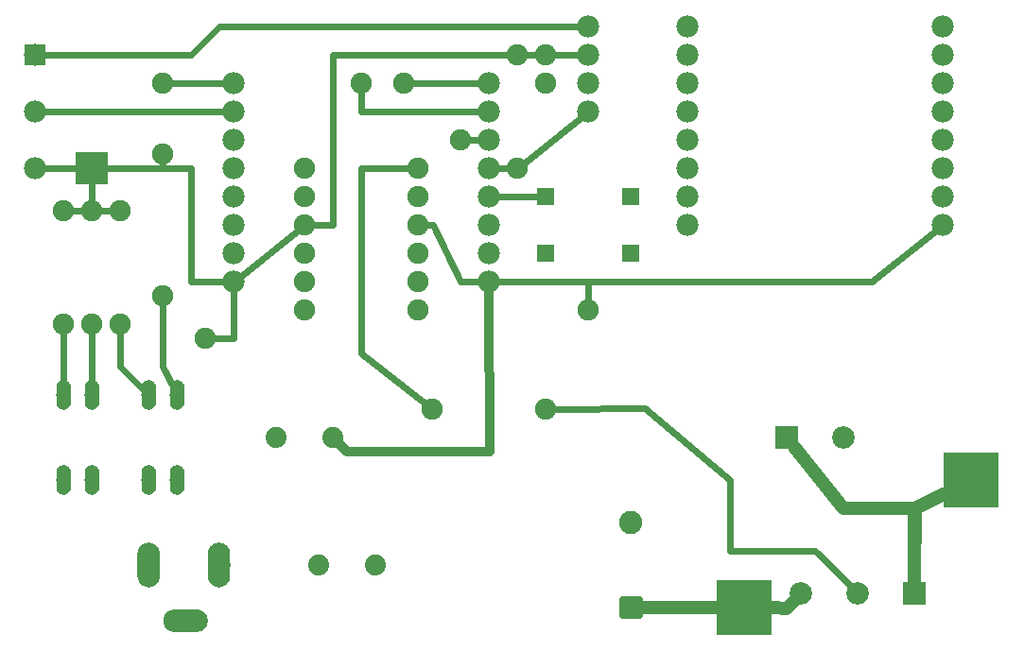
<source format=gtl>
G04 MADE WITH FRITZING*
G04 WWW.FRITZING.ORG*
G04 DOUBLE SIDED*
G04 HOLES PLATED*
G04 CONTOUR ON CENTER OF CONTOUR VECTOR*
%ASAXBY*%
%FSLAX23Y23*%
%MOIN*%
%OFA0B0*%
%SFA1.0B1.0*%
%ADD10C,0.075000*%
%ADD11C,0.074803*%
%ADD12C,0.078000*%
%ADD13C,0.078740*%
%ADD14C,0.077778*%
%ADD15C,0.074000*%
%ADD16C,0.082000*%
%ADD17C,0.079370*%
%ADD18C,0.052000*%
%ADD19C,0.059370*%
%ADD20C,0.075433*%
%ADD21R,0.118110X0.118110*%
%ADD22R,0.196850X0.196850*%
%ADD23R,0.078000X0.078000*%
%ADD24R,0.079370X0.079370*%
%ADD25C,0.024000*%
%ADD26C,0.048000*%
%ADD27C,0.032000*%
%ADD28C,0.020000*%
%ADD29R,0.001000X0.001000*%
%LNCOPPER1*%
G90*
G70*
G54D10*
X550Y1886D03*
X550Y1386D03*
X400Y1686D03*
X400Y1286D03*
G54D11*
X1049Y1836D03*
X1050Y1336D03*
X1050Y1436D03*
X1050Y1536D03*
X1050Y1636D03*
X1050Y1736D03*
X1450Y1836D03*
X1450Y1336D03*
X1450Y1436D03*
X1450Y1536D03*
X1450Y1636D03*
X1450Y1736D03*
G54D12*
X100Y2236D03*
X100Y2036D03*
X100Y1836D03*
X2050Y2336D03*
X2050Y2236D03*
X2050Y2136D03*
X2050Y2036D03*
G54D13*
X748Y436D03*
X500Y436D03*
X630Y239D03*
X748Y436D03*
X500Y436D03*
X630Y239D03*
G54D10*
X1500Y986D03*
X1900Y986D03*
X1800Y2236D03*
X1800Y1836D03*
X1900Y2236D03*
X1900Y2136D03*
G54D14*
X800Y2136D03*
X800Y2036D03*
X800Y1936D03*
X800Y1836D03*
X800Y1736D03*
X800Y1636D03*
X800Y1536D03*
X800Y1436D03*
X1700Y1436D03*
X1700Y1536D03*
X1700Y1636D03*
X1700Y1736D03*
X1700Y1836D03*
X1700Y1936D03*
X1700Y2036D03*
X1700Y2136D03*
X2400Y2336D03*
X2400Y2236D03*
X2400Y2136D03*
X2400Y2036D03*
X2400Y1936D03*
X2400Y1836D03*
X2400Y1736D03*
X2400Y1636D03*
X3300Y1636D03*
X3300Y1736D03*
X3300Y1836D03*
X3300Y1936D03*
X3300Y2036D03*
X3300Y2136D03*
X3300Y2236D03*
X3300Y2336D03*
G54D15*
X1300Y436D03*
X1100Y436D03*
X1300Y436D03*
X1100Y436D03*
X1150Y886D03*
X950Y886D03*
X1150Y886D03*
X950Y886D03*
G54D16*
X2200Y286D03*
X2200Y586D03*
G54D17*
X2750Y886D03*
X2950Y886D03*
X3200Y336D03*
X3000Y336D03*
X2800Y336D03*
G54D10*
X300Y1686D03*
X300Y1286D03*
X200Y1686D03*
X200Y1286D03*
G54D18*
X500Y736D03*
X600Y736D03*
X600Y1036D03*
X500Y1036D03*
X500Y736D03*
X600Y736D03*
X600Y1036D03*
X500Y1036D03*
X200Y736D03*
X300Y736D03*
X300Y1036D03*
X200Y1036D03*
X200Y736D03*
X300Y736D03*
X300Y1036D03*
X200Y1036D03*
G54D19*
X1900Y1736D03*
X2200Y1736D03*
X1900Y1536D03*
X2200Y1536D03*
X1900Y1736D03*
X2200Y1736D03*
X1900Y1536D03*
X2200Y1536D03*
G54D20*
X1400Y2136D03*
X1250Y2136D03*
X700Y1236D03*
X2050Y1336D03*
X1600Y1936D03*
X550Y2136D03*
G54D21*
X300Y1836D03*
G54D22*
X2600Y286D03*
X3400Y736D03*
G54D23*
X100Y2236D03*
G54D24*
X2750Y886D03*
X3200Y336D03*
G54D25*
X550Y1136D02*
X550Y1357D01*
D02*
X400Y1136D02*
X400Y1257D01*
D02*
X550Y1857D02*
X550Y1836D01*
D02*
X550Y1836D02*
X130Y1836D01*
D02*
X587Y1060D02*
X550Y1136D01*
D02*
X480Y1055D02*
X400Y1136D01*
G54D26*
D02*
X3201Y636D02*
X3309Y691D01*
D02*
X3200Y378D02*
X3201Y636D01*
G54D25*
D02*
X650Y1436D02*
X770Y1436D01*
D02*
X650Y1836D02*
X650Y1436D01*
D02*
X358Y1836D02*
X650Y1836D01*
D02*
X241Y1836D02*
X130Y1836D01*
D02*
X1026Y1617D02*
X822Y1454D01*
G54D26*
D02*
X3200Y637D02*
X2950Y636D01*
D02*
X2950Y636D02*
X2776Y853D01*
D02*
X3200Y378D02*
X3200Y637D01*
G54D25*
D02*
X2550Y737D02*
X2250Y988D01*
D02*
X2250Y988D02*
X1928Y986D01*
D02*
X2550Y486D02*
X2550Y737D01*
D02*
X2849Y486D02*
X2550Y486D01*
D02*
X2978Y358D02*
X2849Y486D01*
D02*
X770Y2036D02*
X130Y2036D01*
D02*
X2026Y2017D02*
X1822Y1854D01*
D02*
X1250Y1184D02*
X1477Y1004D01*
D02*
X1250Y1837D02*
X1250Y1184D01*
D02*
X1419Y1837D02*
X1250Y1837D01*
G54D27*
D02*
X1701Y836D02*
X1198Y836D01*
D02*
X1198Y836D02*
X1172Y863D01*
G54D25*
D02*
X3049Y1435D02*
X1729Y1436D01*
D02*
X3277Y1618D02*
X3049Y1435D01*
G54D27*
D02*
X1700Y1401D02*
X1701Y836D01*
G54D25*
D02*
X1150Y2236D02*
X1771Y2236D01*
D02*
X1150Y1636D02*
X1150Y2236D01*
D02*
X1080Y1636D02*
X1150Y1636D01*
D02*
X1928Y2236D02*
X2020Y2236D01*
D02*
X1871Y2236D02*
X1828Y2236D01*
D02*
X1771Y1836D02*
X1729Y1836D01*
D02*
X300Y1063D02*
X300Y1257D01*
D02*
X200Y1063D02*
X200Y1257D01*
D02*
X371Y1686D02*
X328Y1686D01*
D02*
X271Y1686D02*
X228Y1686D01*
D02*
X300Y1778D02*
X300Y1715D01*
G54D26*
D02*
X2510Y286D02*
X2232Y286D01*
D02*
X2750Y284D02*
X2771Y306D01*
D02*
X2701Y285D02*
X2750Y284D01*
G54D25*
D02*
X1869Y1736D02*
X1729Y1736D01*
D02*
X130Y2236D02*
X650Y2236D01*
D02*
X650Y2236D02*
X750Y2336D01*
D02*
X750Y2336D02*
X2020Y2336D01*
D02*
X1501Y1635D02*
X1600Y1436D01*
D02*
X1600Y1436D02*
X1670Y1436D01*
D02*
X1480Y1635D02*
X1501Y1635D01*
D02*
X1428Y2136D02*
X1670Y2136D01*
D02*
X1250Y2036D02*
X1670Y2036D01*
D02*
X1250Y2107D02*
X1250Y2036D01*
D02*
X798Y1236D02*
X799Y1407D01*
D02*
X728Y1236D02*
X798Y1236D01*
D02*
X1729Y1436D02*
X2050Y1436D01*
D02*
X2050Y1436D02*
X2050Y1365D01*
D02*
X1628Y1936D02*
X1670Y1936D01*
D02*
X578Y2136D02*
X770Y2136D01*
G54D28*
X2169Y317D02*
X2231Y317D01*
X2231Y255D01*
X2169Y255D01*
X2169Y317D01*
D02*
G54D29*
X1870Y1766D02*
X1928Y1766D01*
X2170Y1766D02*
X2228Y1766D01*
X1870Y1765D02*
X1928Y1765D01*
X2170Y1765D02*
X2228Y1765D01*
X1870Y1764D02*
X1928Y1764D01*
X2170Y1764D02*
X2228Y1764D01*
X1870Y1763D02*
X1928Y1763D01*
X2170Y1763D02*
X2228Y1763D01*
X1870Y1762D02*
X1928Y1762D01*
X2170Y1762D02*
X2228Y1762D01*
X1870Y1761D02*
X1928Y1761D01*
X2170Y1761D02*
X2228Y1761D01*
X1870Y1760D02*
X1928Y1760D01*
X2170Y1760D02*
X2228Y1760D01*
X1870Y1759D02*
X1928Y1759D01*
X2170Y1759D02*
X2228Y1759D01*
X1870Y1758D02*
X1928Y1758D01*
X2170Y1758D02*
X2228Y1758D01*
X1870Y1757D02*
X1928Y1757D01*
X2170Y1757D02*
X2228Y1757D01*
X1870Y1756D02*
X1897Y1756D01*
X1901Y1756D02*
X1928Y1756D01*
X2170Y1756D02*
X2197Y1756D01*
X2201Y1756D02*
X2228Y1756D01*
X1870Y1755D02*
X1892Y1755D01*
X1906Y1755D02*
X1928Y1755D01*
X2170Y1755D02*
X2192Y1755D01*
X2206Y1755D02*
X2228Y1755D01*
X1870Y1754D02*
X1890Y1754D01*
X1908Y1754D02*
X1928Y1754D01*
X2170Y1754D02*
X2190Y1754D01*
X2208Y1754D02*
X2228Y1754D01*
X1870Y1753D02*
X1888Y1753D01*
X1910Y1753D02*
X1928Y1753D01*
X2170Y1753D02*
X2188Y1753D01*
X2210Y1753D02*
X2228Y1753D01*
X1870Y1752D02*
X1887Y1752D01*
X1912Y1752D02*
X1928Y1752D01*
X2170Y1752D02*
X2187Y1752D01*
X2212Y1752D02*
X2228Y1752D01*
X1870Y1751D02*
X1885Y1751D01*
X1913Y1751D02*
X1928Y1751D01*
X2170Y1751D02*
X2185Y1751D01*
X2213Y1751D02*
X2228Y1751D01*
X1870Y1750D02*
X1884Y1750D01*
X1914Y1750D02*
X1928Y1750D01*
X2170Y1750D02*
X2184Y1750D01*
X2214Y1750D02*
X2228Y1750D01*
X1870Y1749D02*
X1884Y1749D01*
X1915Y1749D02*
X1928Y1749D01*
X2170Y1749D02*
X2184Y1749D01*
X2215Y1749D02*
X2228Y1749D01*
X1870Y1748D02*
X1883Y1748D01*
X1915Y1748D02*
X1928Y1748D01*
X2170Y1748D02*
X2183Y1748D01*
X2215Y1748D02*
X2228Y1748D01*
X1870Y1747D02*
X1882Y1747D01*
X1916Y1747D02*
X1928Y1747D01*
X2170Y1747D02*
X2182Y1747D01*
X2216Y1747D02*
X2228Y1747D01*
X1870Y1746D02*
X1881Y1746D01*
X1917Y1746D02*
X1928Y1746D01*
X2170Y1746D02*
X2181Y1746D01*
X2217Y1746D02*
X2228Y1746D01*
X1870Y1745D02*
X1881Y1745D01*
X1917Y1745D02*
X1928Y1745D01*
X2170Y1745D02*
X2181Y1745D01*
X2217Y1745D02*
X2228Y1745D01*
X1870Y1744D02*
X1880Y1744D01*
X1918Y1744D02*
X1928Y1744D01*
X2170Y1744D02*
X2180Y1744D01*
X2218Y1744D02*
X2228Y1744D01*
X1870Y1743D02*
X1880Y1743D01*
X1918Y1743D02*
X1928Y1743D01*
X2170Y1743D02*
X2180Y1743D01*
X2218Y1743D02*
X2228Y1743D01*
X1870Y1742D02*
X1880Y1742D01*
X1918Y1742D02*
X1928Y1742D01*
X2170Y1742D02*
X2180Y1742D01*
X2218Y1742D02*
X2228Y1742D01*
X1870Y1741D02*
X1879Y1741D01*
X1919Y1741D02*
X1928Y1741D01*
X2170Y1741D02*
X2179Y1741D01*
X2219Y1741D02*
X2228Y1741D01*
X1870Y1740D02*
X1879Y1740D01*
X1919Y1740D02*
X1928Y1740D01*
X2170Y1740D02*
X2179Y1740D01*
X2219Y1740D02*
X2228Y1740D01*
X1870Y1739D02*
X1879Y1739D01*
X1919Y1739D02*
X1928Y1739D01*
X2170Y1739D02*
X2179Y1739D01*
X2219Y1739D02*
X2228Y1739D01*
X1870Y1738D02*
X1879Y1738D01*
X1919Y1738D02*
X1928Y1738D01*
X2170Y1738D02*
X2179Y1738D01*
X2219Y1738D02*
X2228Y1738D01*
X1870Y1737D02*
X1879Y1737D01*
X1919Y1737D02*
X1928Y1737D01*
X2170Y1737D02*
X2179Y1737D01*
X2219Y1737D02*
X2228Y1737D01*
X1870Y1736D02*
X1879Y1736D01*
X1919Y1736D02*
X1928Y1736D01*
X2170Y1736D02*
X2179Y1736D01*
X2219Y1736D02*
X2228Y1736D01*
X1870Y1735D02*
X1879Y1735D01*
X1919Y1735D02*
X1928Y1735D01*
X2170Y1735D02*
X2179Y1735D01*
X2219Y1735D02*
X2228Y1735D01*
X1870Y1734D02*
X1879Y1734D01*
X1919Y1734D02*
X1928Y1734D01*
X2170Y1734D02*
X2179Y1734D01*
X2219Y1734D02*
X2228Y1734D01*
X1870Y1733D02*
X1879Y1733D01*
X1919Y1733D02*
X1928Y1733D01*
X2170Y1733D02*
X2179Y1733D01*
X2219Y1733D02*
X2228Y1733D01*
X1870Y1732D02*
X1879Y1732D01*
X1919Y1732D02*
X1928Y1732D01*
X2170Y1732D02*
X2179Y1732D01*
X2219Y1732D02*
X2228Y1732D01*
X1870Y1731D02*
X1880Y1731D01*
X1918Y1731D02*
X1928Y1731D01*
X2170Y1731D02*
X2180Y1731D01*
X2218Y1731D02*
X2228Y1731D01*
X1870Y1730D02*
X1880Y1730D01*
X1918Y1730D02*
X1928Y1730D01*
X2170Y1730D02*
X2180Y1730D01*
X2218Y1730D02*
X2228Y1730D01*
X1870Y1729D02*
X1880Y1729D01*
X1918Y1729D02*
X1928Y1729D01*
X2170Y1729D02*
X2180Y1729D01*
X2218Y1729D02*
X2228Y1729D01*
X1870Y1728D02*
X1881Y1728D01*
X1917Y1728D02*
X1928Y1728D01*
X2170Y1728D02*
X2181Y1728D01*
X2217Y1728D02*
X2228Y1728D01*
X1870Y1727D02*
X1881Y1727D01*
X1917Y1727D02*
X1928Y1727D01*
X2170Y1727D02*
X2181Y1727D01*
X2217Y1727D02*
X2228Y1727D01*
X1870Y1726D02*
X1882Y1726D01*
X1916Y1726D02*
X1928Y1726D01*
X2170Y1726D02*
X2182Y1726D01*
X2216Y1726D02*
X2228Y1726D01*
X1870Y1725D02*
X1883Y1725D01*
X1916Y1725D02*
X1928Y1725D01*
X2170Y1725D02*
X2183Y1725D01*
X2216Y1725D02*
X2228Y1725D01*
X1870Y1724D02*
X1883Y1724D01*
X1915Y1724D02*
X1928Y1724D01*
X2170Y1724D02*
X2183Y1724D01*
X2215Y1724D02*
X2228Y1724D01*
X1870Y1723D02*
X1884Y1723D01*
X1914Y1723D02*
X1928Y1723D01*
X2170Y1723D02*
X2184Y1723D01*
X2214Y1723D02*
X2228Y1723D01*
X1870Y1722D02*
X1885Y1722D01*
X1913Y1722D02*
X1928Y1722D01*
X2170Y1722D02*
X2185Y1722D01*
X2213Y1722D02*
X2228Y1722D01*
X1870Y1721D02*
X1887Y1721D01*
X1912Y1721D02*
X1928Y1721D01*
X2170Y1721D02*
X2187Y1721D01*
X2212Y1721D02*
X2228Y1721D01*
X1870Y1720D02*
X1888Y1720D01*
X1910Y1720D02*
X1928Y1720D01*
X2170Y1720D02*
X2188Y1720D01*
X2210Y1720D02*
X2228Y1720D01*
X1870Y1719D02*
X1890Y1719D01*
X1908Y1719D02*
X1928Y1719D01*
X2170Y1719D02*
X2190Y1719D01*
X2208Y1719D02*
X2228Y1719D01*
X1870Y1718D02*
X1892Y1718D01*
X1906Y1718D02*
X1928Y1718D01*
X2170Y1718D02*
X2192Y1718D01*
X2206Y1718D02*
X2228Y1718D01*
X1870Y1717D02*
X1896Y1717D01*
X1902Y1717D02*
X1928Y1717D01*
X2170Y1717D02*
X2196Y1717D01*
X2202Y1717D02*
X2228Y1717D01*
X1870Y1716D02*
X1928Y1716D01*
X2170Y1716D02*
X2228Y1716D01*
X1870Y1715D02*
X1928Y1715D01*
X2170Y1715D02*
X2228Y1715D01*
X1870Y1714D02*
X1928Y1714D01*
X2170Y1714D02*
X2228Y1714D01*
X1870Y1713D02*
X1928Y1713D01*
X2170Y1713D02*
X2228Y1713D01*
X1870Y1712D02*
X1928Y1712D01*
X2170Y1712D02*
X2228Y1712D01*
X1870Y1711D02*
X1928Y1711D01*
X2170Y1711D02*
X2228Y1711D01*
X1870Y1710D02*
X1928Y1710D01*
X2170Y1710D02*
X2228Y1710D01*
X1870Y1709D02*
X1928Y1709D01*
X2170Y1709D02*
X2228Y1709D01*
X1870Y1708D02*
X1928Y1708D01*
X2170Y1708D02*
X2228Y1708D01*
X1870Y1707D02*
X1928Y1707D01*
X2170Y1707D02*
X2228Y1707D01*
X1870Y1566D02*
X1928Y1566D01*
X2170Y1566D02*
X2228Y1566D01*
X1870Y1565D02*
X1928Y1565D01*
X2170Y1565D02*
X2228Y1565D01*
X1870Y1564D02*
X1928Y1564D01*
X2170Y1564D02*
X2228Y1564D01*
X1870Y1563D02*
X1928Y1563D01*
X2170Y1563D02*
X2228Y1563D01*
X1870Y1562D02*
X1928Y1562D01*
X2170Y1562D02*
X2228Y1562D01*
X1870Y1561D02*
X1928Y1561D01*
X2170Y1561D02*
X2228Y1561D01*
X1870Y1560D02*
X1928Y1560D01*
X2170Y1560D02*
X2228Y1560D01*
X1870Y1559D02*
X1928Y1559D01*
X2170Y1559D02*
X2228Y1559D01*
X1870Y1558D02*
X1928Y1558D01*
X2170Y1558D02*
X2228Y1558D01*
X1870Y1557D02*
X1928Y1557D01*
X2170Y1557D02*
X2228Y1557D01*
X1870Y1556D02*
X1897Y1556D01*
X1901Y1556D02*
X1928Y1556D01*
X2170Y1556D02*
X2197Y1556D01*
X2201Y1556D02*
X2228Y1556D01*
X1870Y1555D02*
X1892Y1555D01*
X1906Y1555D02*
X1928Y1555D01*
X2170Y1555D02*
X2192Y1555D01*
X2206Y1555D02*
X2228Y1555D01*
X1870Y1554D02*
X1890Y1554D01*
X1908Y1554D02*
X1928Y1554D01*
X2170Y1554D02*
X2190Y1554D01*
X2208Y1554D02*
X2228Y1554D01*
X1870Y1553D02*
X1888Y1553D01*
X1910Y1553D02*
X1928Y1553D01*
X2170Y1553D02*
X2188Y1553D01*
X2210Y1553D02*
X2228Y1553D01*
X1870Y1552D02*
X1887Y1552D01*
X1912Y1552D02*
X1928Y1552D01*
X2170Y1552D02*
X2187Y1552D01*
X2212Y1552D02*
X2228Y1552D01*
X1870Y1551D02*
X1885Y1551D01*
X1913Y1551D02*
X1928Y1551D01*
X2170Y1551D02*
X2185Y1551D01*
X2213Y1551D02*
X2228Y1551D01*
X1870Y1550D02*
X1884Y1550D01*
X1914Y1550D02*
X1928Y1550D01*
X2170Y1550D02*
X2184Y1550D01*
X2214Y1550D02*
X2228Y1550D01*
X1870Y1549D02*
X1884Y1549D01*
X1915Y1549D02*
X1928Y1549D01*
X2170Y1549D02*
X2184Y1549D01*
X2215Y1549D02*
X2228Y1549D01*
X1870Y1548D02*
X1883Y1548D01*
X1915Y1548D02*
X1928Y1548D01*
X2170Y1548D02*
X2183Y1548D01*
X2215Y1548D02*
X2228Y1548D01*
X1870Y1547D02*
X1882Y1547D01*
X1916Y1547D02*
X1928Y1547D01*
X2170Y1547D02*
X2182Y1547D01*
X2216Y1547D02*
X2228Y1547D01*
X1870Y1546D02*
X1881Y1546D01*
X1917Y1546D02*
X1928Y1546D01*
X2170Y1546D02*
X2181Y1546D01*
X2217Y1546D02*
X2228Y1546D01*
X1870Y1545D02*
X1881Y1545D01*
X1917Y1545D02*
X1928Y1545D01*
X2170Y1545D02*
X2181Y1545D01*
X2217Y1545D02*
X2228Y1545D01*
X1870Y1544D02*
X1880Y1544D01*
X1918Y1544D02*
X1928Y1544D01*
X2170Y1544D02*
X2180Y1544D01*
X2218Y1544D02*
X2228Y1544D01*
X1870Y1543D02*
X1880Y1543D01*
X1918Y1543D02*
X1928Y1543D01*
X2170Y1543D02*
X2180Y1543D01*
X2218Y1543D02*
X2228Y1543D01*
X1870Y1542D02*
X1880Y1542D01*
X1918Y1542D02*
X1928Y1542D01*
X2170Y1542D02*
X2180Y1542D01*
X2218Y1542D02*
X2228Y1542D01*
X1870Y1541D02*
X1879Y1541D01*
X1919Y1541D02*
X1928Y1541D01*
X2170Y1541D02*
X2179Y1541D01*
X2219Y1541D02*
X2228Y1541D01*
X1870Y1540D02*
X1879Y1540D01*
X1919Y1540D02*
X1928Y1540D01*
X2170Y1540D02*
X2179Y1540D01*
X2219Y1540D02*
X2228Y1540D01*
X1870Y1539D02*
X1879Y1539D01*
X1919Y1539D02*
X1928Y1539D01*
X2170Y1539D02*
X2179Y1539D01*
X2219Y1539D02*
X2228Y1539D01*
X1870Y1538D02*
X1879Y1538D01*
X1919Y1538D02*
X1928Y1538D01*
X2170Y1538D02*
X2179Y1538D01*
X2219Y1538D02*
X2228Y1538D01*
X1870Y1537D02*
X1879Y1537D01*
X1919Y1537D02*
X1928Y1537D01*
X2170Y1537D02*
X2179Y1537D01*
X2219Y1537D02*
X2228Y1537D01*
X1870Y1536D02*
X1879Y1536D01*
X1919Y1536D02*
X1928Y1536D01*
X2170Y1536D02*
X2179Y1536D01*
X2219Y1536D02*
X2228Y1536D01*
X1870Y1535D02*
X1879Y1535D01*
X1919Y1535D02*
X1928Y1535D01*
X2170Y1535D02*
X2179Y1535D01*
X2219Y1535D02*
X2228Y1535D01*
X1870Y1534D02*
X1879Y1534D01*
X1919Y1534D02*
X1928Y1534D01*
X2170Y1534D02*
X2179Y1534D01*
X2219Y1534D02*
X2228Y1534D01*
X1870Y1533D02*
X1879Y1533D01*
X1919Y1533D02*
X1928Y1533D01*
X2170Y1533D02*
X2179Y1533D01*
X2219Y1533D02*
X2228Y1533D01*
X1870Y1532D02*
X1879Y1532D01*
X1919Y1532D02*
X1928Y1532D01*
X2170Y1532D02*
X2179Y1532D01*
X2219Y1532D02*
X2228Y1532D01*
X1870Y1531D02*
X1880Y1531D01*
X1918Y1531D02*
X1928Y1531D01*
X2170Y1531D02*
X2180Y1531D01*
X2218Y1531D02*
X2228Y1531D01*
X1870Y1530D02*
X1880Y1530D01*
X1918Y1530D02*
X1928Y1530D01*
X2170Y1530D02*
X2180Y1530D01*
X2218Y1530D02*
X2228Y1530D01*
X1870Y1529D02*
X1880Y1529D01*
X1918Y1529D02*
X1928Y1529D01*
X2170Y1529D02*
X2180Y1529D01*
X2218Y1529D02*
X2228Y1529D01*
X1870Y1528D02*
X1881Y1528D01*
X1917Y1528D02*
X1928Y1528D01*
X2170Y1528D02*
X2181Y1528D01*
X2217Y1528D02*
X2228Y1528D01*
X1870Y1527D02*
X1881Y1527D01*
X1917Y1527D02*
X1928Y1527D01*
X2170Y1527D02*
X2181Y1527D01*
X2217Y1527D02*
X2228Y1527D01*
X1870Y1526D02*
X1882Y1526D01*
X1916Y1526D02*
X1928Y1526D01*
X2170Y1526D02*
X2182Y1526D01*
X2216Y1526D02*
X2228Y1526D01*
X1870Y1525D02*
X1883Y1525D01*
X1916Y1525D02*
X1928Y1525D01*
X2170Y1525D02*
X2183Y1525D01*
X2216Y1525D02*
X2228Y1525D01*
X1870Y1524D02*
X1883Y1524D01*
X1915Y1524D02*
X1928Y1524D01*
X2170Y1524D02*
X2183Y1524D01*
X2215Y1524D02*
X2228Y1524D01*
X1870Y1523D02*
X1884Y1523D01*
X1914Y1523D02*
X1928Y1523D01*
X2170Y1523D02*
X2184Y1523D01*
X2214Y1523D02*
X2228Y1523D01*
X1870Y1522D02*
X1885Y1522D01*
X1913Y1522D02*
X1928Y1522D01*
X2170Y1522D02*
X2185Y1522D01*
X2213Y1522D02*
X2228Y1522D01*
X1870Y1521D02*
X1887Y1521D01*
X1912Y1521D02*
X1928Y1521D01*
X2170Y1521D02*
X2187Y1521D01*
X2212Y1521D02*
X2228Y1521D01*
X1870Y1520D02*
X1888Y1520D01*
X1910Y1520D02*
X1928Y1520D01*
X2170Y1520D02*
X2188Y1520D01*
X2210Y1520D02*
X2228Y1520D01*
X1870Y1519D02*
X1890Y1519D01*
X1908Y1519D02*
X1928Y1519D01*
X2170Y1519D02*
X2190Y1519D01*
X2208Y1519D02*
X2228Y1519D01*
X1870Y1518D02*
X1892Y1518D01*
X1906Y1518D02*
X1928Y1518D01*
X2170Y1518D02*
X2192Y1518D01*
X2206Y1518D02*
X2228Y1518D01*
X1870Y1517D02*
X1896Y1517D01*
X1902Y1517D02*
X1928Y1517D01*
X2170Y1517D02*
X2196Y1517D01*
X2202Y1517D02*
X2228Y1517D01*
X1870Y1516D02*
X1928Y1516D01*
X2170Y1516D02*
X2228Y1516D01*
X1870Y1515D02*
X1928Y1515D01*
X2170Y1515D02*
X2228Y1515D01*
X1870Y1514D02*
X1928Y1514D01*
X2170Y1514D02*
X2228Y1514D01*
X1870Y1513D02*
X1928Y1513D01*
X2170Y1513D02*
X2228Y1513D01*
X1870Y1512D02*
X1928Y1512D01*
X2170Y1512D02*
X2228Y1512D01*
X1870Y1511D02*
X1928Y1511D01*
X2170Y1511D02*
X2228Y1511D01*
X1870Y1510D02*
X1928Y1510D01*
X2170Y1510D02*
X2228Y1510D01*
X1870Y1509D02*
X1928Y1509D01*
X2170Y1509D02*
X2228Y1509D01*
X1870Y1508D02*
X1928Y1508D01*
X2170Y1508D02*
X2228Y1508D01*
X1870Y1507D02*
X1928Y1507D01*
X2170Y1507D02*
X2228Y1507D01*
X195Y1088D02*
X204Y1088D01*
X295Y1088D02*
X304Y1088D01*
X495Y1088D02*
X504Y1088D01*
X595Y1088D02*
X604Y1088D01*
X191Y1087D02*
X207Y1087D01*
X291Y1087D02*
X307Y1087D01*
X491Y1087D02*
X507Y1087D01*
X591Y1087D02*
X607Y1087D01*
X189Y1086D02*
X210Y1086D01*
X289Y1086D02*
X310Y1086D01*
X489Y1086D02*
X510Y1086D01*
X589Y1086D02*
X610Y1086D01*
X187Y1085D02*
X211Y1085D01*
X287Y1085D02*
X311Y1085D01*
X487Y1085D02*
X511Y1085D01*
X587Y1085D02*
X611Y1085D01*
X185Y1084D02*
X213Y1084D01*
X285Y1084D02*
X313Y1084D01*
X485Y1084D02*
X513Y1084D01*
X585Y1084D02*
X613Y1084D01*
X184Y1083D02*
X214Y1083D01*
X284Y1083D02*
X314Y1083D01*
X484Y1083D02*
X514Y1083D01*
X584Y1083D02*
X614Y1083D01*
X183Y1082D02*
X216Y1082D01*
X283Y1082D02*
X316Y1082D01*
X483Y1082D02*
X516Y1082D01*
X583Y1082D02*
X616Y1082D01*
X181Y1081D02*
X217Y1081D01*
X281Y1081D02*
X317Y1081D01*
X481Y1081D02*
X517Y1081D01*
X581Y1081D02*
X617Y1081D01*
X181Y1080D02*
X218Y1080D01*
X281Y1080D02*
X318Y1080D01*
X481Y1080D02*
X518Y1080D01*
X581Y1080D02*
X618Y1080D01*
X180Y1079D02*
X219Y1079D01*
X280Y1079D02*
X319Y1079D01*
X480Y1079D02*
X519Y1079D01*
X580Y1079D02*
X619Y1079D01*
X179Y1078D02*
X219Y1078D01*
X279Y1078D02*
X319Y1078D01*
X479Y1078D02*
X519Y1078D01*
X579Y1078D02*
X619Y1078D01*
X178Y1077D02*
X220Y1077D01*
X278Y1077D02*
X320Y1077D01*
X478Y1077D02*
X520Y1077D01*
X578Y1077D02*
X620Y1077D01*
X178Y1076D02*
X221Y1076D01*
X278Y1076D02*
X321Y1076D01*
X477Y1076D02*
X521Y1076D01*
X577Y1076D02*
X621Y1076D01*
X177Y1075D02*
X221Y1075D01*
X277Y1075D02*
X321Y1075D01*
X477Y1075D02*
X521Y1075D01*
X577Y1075D02*
X621Y1075D01*
X176Y1074D02*
X222Y1074D01*
X276Y1074D02*
X322Y1074D01*
X476Y1074D02*
X522Y1074D01*
X576Y1074D02*
X622Y1074D01*
X176Y1073D02*
X222Y1073D01*
X276Y1073D02*
X322Y1073D01*
X476Y1073D02*
X522Y1073D01*
X576Y1073D02*
X622Y1073D01*
X175Y1072D02*
X223Y1072D01*
X275Y1072D02*
X323Y1072D01*
X475Y1072D02*
X523Y1072D01*
X575Y1072D02*
X623Y1072D01*
X175Y1071D02*
X223Y1071D01*
X275Y1071D02*
X323Y1071D01*
X475Y1071D02*
X523Y1071D01*
X575Y1071D02*
X623Y1071D01*
X175Y1070D02*
X224Y1070D01*
X275Y1070D02*
X324Y1070D01*
X475Y1070D02*
X523Y1070D01*
X575Y1070D02*
X623Y1070D01*
X174Y1069D02*
X224Y1069D01*
X274Y1069D02*
X324Y1069D01*
X474Y1069D02*
X524Y1069D01*
X574Y1069D02*
X624Y1069D01*
X174Y1068D02*
X224Y1068D01*
X274Y1068D02*
X324Y1068D01*
X474Y1068D02*
X524Y1068D01*
X574Y1068D02*
X624Y1068D01*
X174Y1067D02*
X224Y1067D01*
X274Y1067D02*
X324Y1067D01*
X474Y1067D02*
X524Y1067D01*
X574Y1067D02*
X624Y1067D01*
X174Y1066D02*
X224Y1066D01*
X274Y1066D02*
X324Y1066D01*
X474Y1066D02*
X524Y1066D01*
X574Y1066D02*
X624Y1066D01*
X174Y1065D02*
X224Y1065D01*
X274Y1065D02*
X324Y1065D01*
X474Y1065D02*
X524Y1065D01*
X574Y1065D02*
X624Y1065D01*
X174Y1064D02*
X225Y1064D01*
X274Y1064D02*
X325Y1064D01*
X474Y1064D02*
X525Y1064D01*
X574Y1064D02*
X625Y1064D01*
X174Y1063D02*
X225Y1063D01*
X274Y1063D02*
X325Y1063D01*
X474Y1063D02*
X525Y1063D01*
X574Y1063D02*
X625Y1063D01*
X174Y1062D02*
X225Y1062D01*
X274Y1062D02*
X325Y1062D01*
X474Y1062D02*
X525Y1062D01*
X574Y1062D02*
X625Y1062D01*
X174Y1061D02*
X225Y1061D01*
X274Y1061D02*
X325Y1061D01*
X474Y1061D02*
X525Y1061D01*
X574Y1061D02*
X625Y1061D01*
X174Y1060D02*
X225Y1060D01*
X274Y1060D02*
X325Y1060D01*
X474Y1060D02*
X525Y1060D01*
X574Y1060D02*
X625Y1060D01*
X174Y1059D02*
X225Y1059D01*
X274Y1059D02*
X325Y1059D01*
X474Y1059D02*
X525Y1059D01*
X574Y1059D02*
X625Y1059D01*
X174Y1058D02*
X225Y1058D01*
X274Y1058D02*
X325Y1058D01*
X474Y1058D02*
X525Y1058D01*
X574Y1058D02*
X625Y1058D01*
X174Y1057D02*
X225Y1057D01*
X274Y1057D02*
X325Y1057D01*
X474Y1057D02*
X525Y1057D01*
X574Y1057D02*
X625Y1057D01*
X174Y1056D02*
X225Y1056D01*
X274Y1056D02*
X325Y1056D01*
X474Y1056D02*
X525Y1056D01*
X574Y1056D02*
X625Y1056D01*
X174Y1055D02*
X225Y1055D01*
X274Y1055D02*
X325Y1055D01*
X474Y1055D02*
X525Y1055D01*
X574Y1055D02*
X625Y1055D01*
X174Y1054D02*
X225Y1054D01*
X274Y1054D02*
X325Y1054D01*
X474Y1054D02*
X525Y1054D01*
X574Y1054D02*
X625Y1054D01*
X174Y1053D02*
X225Y1053D01*
X274Y1053D02*
X325Y1053D01*
X474Y1053D02*
X525Y1053D01*
X574Y1053D02*
X625Y1053D01*
X174Y1052D02*
X195Y1052D01*
X203Y1052D02*
X225Y1052D01*
X274Y1052D02*
X295Y1052D01*
X303Y1052D02*
X325Y1052D01*
X474Y1052D02*
X495Y1052D01*
X503Y1052D02*
X525Y1052D01*
X574Y1052D02*
X595Y1052D01*
X603Y1052D02*
X625Y1052D01*
X174Y1051D02*
X192Y1051D01*
X206Y1051D02*
X225Y1051D01*
X274Y1051D02*
X292Y1051D01*
X306Y1051D02*
X325Y1051D01*
X474Y1051D02*
X492Y1051D01*
X506Y1051D02*
X525Y1051D01*
X574Y1051D02*
X592Y1051D01*
X606Y1051D02*
X625Y1051D01*
X174Y1050D02*
X190Y1050D01*
X208Y1050D02*
X225Y1050D01*
X274Y1050D02*
X290Y1050D01*
X308Y1050D02*
X325Y1050D01*
X474Y1050D02*
X490Y1050D01*
X508Y1050D02*
X525Y1050D01*
X574Y1050D02*
X590Y1050D01*
X608Y1050D02*
X625Y1050D01*
X174Y1049D02*
X189Y1049D01*
X209Y1049D02*
X225Y1049D01*
X274Y1049D02*
X289Y1049D01*
X309Y1049D02*
X325Y1049D01*
X474Y1049D02*
X489Y1049D01*
X509Y1049D02*
X525Y1049D01*
X574Y1049D02*
X589Y1049D01*
X609Y1049D02*
X625Y1049D01*
X174Y1048D02*
X188Y1048D01*
X211Y1048D02*
X225Y1048D01*
X274Y1048D02*
X288Y1048D01*
X311Y1048D02*
X325Y1048D01*
X474Y1048D02*
X488Y1048D01*
X511Y1048D02*
X525Y1048D01*
X574Y1048D02*
X588Y1048D01*
X611Y1048D02*
X625Y1048D01*
X174Y1047D02*
X187Y1047D01*
X212Y1047D02*
X225Y1047D01*
X274Y1047D02*
X287Y1047D01*
X312Y1047D02*
X325Y1047D01*
X474Y1047D02*
X487Y1047D01*
X512Y1047D02*
X525Y1047D01*
X574Y1047D02*
X587Y1047D01*
X612Y1047D02*
X625Y1047D01*
X174Y1046D02*
X186Y1046D01*
X212Y1046D02*
X225Y1046D01*
X274Y1046D02*
X286Y1046D01*
X312Y1046D02*
X325Y1046D01*
X474Y1046D02*
X486Y1046D01*
X512Y1046D02*
X525Y1046D01*
X574Y1046D02*
X586Y1046D01*
X612Y1046D02*
X625Y1046D01*
X174Y1045D02*
X185Y1045D01*
X213Y1045D02*
X225Y1045D01*
X274Y1045D02*
X285Y1045D01*
X313Y1045D02*
X325Y1045D01*
X474Y1045D02*
X485Y1045D01*
X513Y1045D02*
X525Y1045D01*
X574Y1045D02*
X585Y1045D01*
X613Y1045D02*
X625Y1045D01*
X174Y1044D02*
X185Y1044D01*
X214Y1044D02*
X225Y1044D01*
X274Y1044D02*
X285Y1044D01*
X314Y1044D02*
X325Y1044D01*
X474Y1044D02*
X485Y1044D01*
X514Y1044D02*
X525Y1044D01*
X574Y1044D02*
X585Y1044D01*
X614Y1044D02*
X625Y1044D01*
X174Y1043D02*
X184Y1043D01*
X214Y1043D02*
X225Y1043D01*
X274Y1043D02*
X284Y1043D01*
X314Y1043D02*
X325Y1043D01*
X474Y1043D02*
X484Y1043D01*
X514Y1043D02*
X525Y1043D01*
X574Y1043D02*
X584Y1043D01*
X614Y1043D02*
X625Y1043D01*
X174Y1042D02*
X184Y1042D01*
X215Y1042D02*
X225Y1042D01*
X274Y1042D02*
X284Y1042D01*
X315Y1042D02*
X325Y1042D01*
X474Y1042D02*
X484Y1042D01*
X515Y1042D02*
X525Y1042D01*
X574Y1042D02*
X584Y1042D01*
X615Y1042D02*
X625Y1042D01*
X174Y1041D02*
X183Y1041D01*
X215Y1041D02*
X225Y1041D01*
X274Y1041D02*
X283Y1041D01*
X315Y1041D02*
X325Y1041D01*
X474Y1041D02*
X483Y1041D01*
X515Y1041D02*
X525Y1041D01*
X574Y1041D02*
X583Y1041D01*
X615Y1041D02*
X625Y1041D01*
X174Y1040D02*
X183Y1040D01*
X215Y1040D02*
X225Y1040D01*
X274Y1040D02*
X283Y1040D01*
X315Y1040D02*
X325Y1040D01*
X474Y1040D02*
X483Y1040D01*
X515Y1040D02*
X525Y1040D01*
X574Y1040D02*
X583Y1040D01*
X615Y1040D02*
X625Y1040D01*
X174Y1039D02*
X183Y1039D01*
X215Y1039D02*
X225Y1039D01*
X274Y1039D02*
X283Y1039D01*
X315Y1039D02*
X325Y1039D01*
X474Y1039D02*
X483Y1039D01*
X515Y1039D02*
X525Y1039D01*
X574Y1039D02*
X583Y1039D01*
X615Y1039D02*
X625Y1039D01*
X174Y1038D02*
X183Y1038D01*
X215Y1038D02*
X225Y1038D01*
X274Y1038D02*
X283Y1038D01*
X315Y1038D02*
X325Y1038D01*
X474Y1038D02*
X483Y1038D01*
X515Y1038D02*
X525Y1038D01*
X574Y1038D02*
X583Y1038D01*
X615Y1038D02*
X625Y1038D01*
X174Y1037D02*
X183Y1037D01*
X216Y1037D02*
X225Y1037D01*
X274Y1037D02*
X283Y1037D01*
X316Y1037D02*
X325Y1037D01*
X474Y1037D02*
X483Y1037D01*
X516Y1037D02*
X525Y1037D01*
X574Y1037D02*
X583Y1037D01*
X616Y1037D02*
X625Y1037D01*
X174Y1036D02*
X183Y1036D01*
X216Y1036D02*
X225Y1036D01*
X274Y1036D02*
X283Y1036D01*
X316Y1036D02*
X325Y1036D01*
X474Y1036D02*
X483Y1036D01*
X516Y1036D02*
X525Y1036D01*
X574Y1036D02*
X583Y1036D01*
X616Y1036D02*
X625Y1036D01*
X174Y1035D02*
X183Y1035D01*
X215Y1035D02*
X225Y1035D01*
X274Y1035D02*
X283Y1035D01*
X315Y1035D02*
X325Y1035D01*
X474Y1035D02*
X483Y1035D01*
X515Y1035D02*
X525Y1035D01*
X574Y1035D02*
X583Y1035D01*
X615Y1035D02*
X625Y1035D01*
X174Y1034D02*
X183Y1034D01*
X215Y1034D02*
X225Y1034D01*
X274Y1034D02*
X283Y1034D01*
X315Y1034D02*
X325Y1034D01*
X474Y1034D02*
X483Y1034D01*
X515Y1034D02*
X525Y1034D01*
X574Y1034D02*
X583Y1034D01*
X615Y1034D02*
X625Y1034D01*
X174Y1033D02*
X183Y1033D01*
X215Y1033D02*
X225Y1033D01*
X274Y1033D02*
X283Y1033D01*
X315Y1033D02*
X325Y1033D01*
X474Y1033D02*
X483Y1033D01*
X515Y1033D02*
X525Y1033D01*
X574Y1033D02*
X583Y1033D01*
X615Y1033D02*
X625Y1033D01*
X174Y1032D02*
X183Y1032D01*
X215Y1032D02*
X225Y1032D01*
X274Y1032D02*
X283Y1032D01*
X315Y1032D02*
X325Y1032D01*
X474Y1032D02*
X483Y1032D01*
X515Y1032D02*
X525Y1032D01*
X574Y1032D02*
X583Y1032D01*
X615Y1032D02*
X625Y1032D01*
X174Y1031D02*
X184Y1031D01*
X215Y1031D02*
X225Y1031D01*
X274Y1031D02*
X284Y1031D01*
X315Y1031D02*
X325Y1031D01*
X474Y1031D02*
X484Y1031D01*
X515Y1031D02*
X525Y1031D01*
X574Y1031D02*
X584Y1031D01*
X615Y1031D02*
X625Y1031D01*
X174Y1030D02*
X184Y1030D01*
X214Y1030D02*
X225Y1030D01*
X274Y1030D02*
X284Y1030D01*
X314Y1030D02*
X325Y1030D01*
X474Y1030D02*
X484Y1030D01*
X514Y1030D02*
X525Y1030D01*
X574Y1030D02*
X584Y1030D01*
X614Y1030D02*
X625Y1030D01*
X174Y1029D02*
X185Y1029D01*
X214Y1029D02*
X225Y1029D01*
X274Y1029D02*
X285Y1029D01*
X314Y1029D02*
X325Y1029D01*
X474Y1029D02*
X485Y1029D01*
X514Y1029D02*
X525Y1029D01*
X574Y1029D02*
X585Y1029D01*
X614Y1029D02*
X625Y1029D01*
X174Y1028D02*
X185Y1028D01*
X213Y1028D02*
X225Y1028D01*
X274Y1028D02*
X285Y1028D01*
X313Y1028D02*
X325Y1028D01*
X474Y1028D02*
X485Y1028D01*
X513Y1028D02*
X525Y1028D01*
X574Y1028D02*
X585Y1028D01*
X613Y1028D02*
X625Y1028D01*
X174Y1027D02*
X186Y1027D01*
X212Y1027D02*
X225Y1027D01*
X274Y1027D02*
X286Y1027D01*
X312Y1027D02*
X325Y1027D01*
X474Y1027D02*
X486Y1027D01*
X512Y1027D02*
X525Y1027D01*
X574Y1027D02*
X586Y1027D01*
X612Y1027D02*
X625Y1027D01*
X174Y1026D02*
X187Y1026D01*
X212Y1026D02*
X225Y1026D01*
X274Y1026D02*
X287Y1026D01*
X312Y1026D02*
X325Y1026D01*
X474Y1026D02*
X487Y1026D01*
X512Y1026D02*
X525Y1026D01*
X574Y1026D02*
X587Y1026D01*
X612Y1026D02*
X625Y1026D01*
X174Y1025D02*
X188Y1025D01*
X211Y1025D02*
X225Y1025D01*
X274Y1025D02*
X288Y1025D01*
X311Y1025D02*
X325Y1025D01*
X474Y1025D02*
X488Y1025D01*
X511Y1025D02*
X525Y1025D01*
X574Y1025D02*
X588Y1025D01*
X611Y1025D02*
X625Y1025D01*
X174Y1024D02*
X189Y1024D01*
X210Y1024D02*
X225Y1024D01*
X274Y1024D02*
X289Y1024D01*
X310Y1024D02*
X325Y1024D01*
X474Y1024D02*
X489Y1024D01*
X510Y1024D02*
X525Y1024D01*
X574Y1024D02*
X589Y1024D01*
X610Y1024D02*
X625Y1024D01*
X174Y1023D02*
X190Y1023D01*
X208Y1023D02*
X225Y1023D01*
X274Y1023D02*
X290Y1023D01*
X308Y1023D02*
X325Y1023D01*
X474Y1023D02*
X490Y1023D01*
X508Y1023D02*
X525Y1023D01*
X574Y1023D02*
X590Y1023D01*
X608Y1023D02*
X625Y1023D01*
X174Y1022D02*
X192Y1022D01*
X206Y1022D02*
X225Y1022D01*
X274Y1022D02*
X292Y1022D01*
X306Y1022D02*
X325Y1022D01*
X474Y1022D02*
X492Y1022D01*
X506Y1022D02*
X525Y1022D01*
X574Y1022D02*
X592Y1022D01*
X606Y1022D02*
X625Y1022D01*
X174Y1021D02*
X195Y1021D01*
X203Y1021D02*
X225Y1021D01*
X274Y1021D02*
X295Y1021D01*
X303Y1021D02*
X325Y1021D01*
X474Y1021D02*
X495Y1021D01*
X503Y1021D02*
X525Y1021D01*
X574Y1021D02*
X595Y1021D01*
X603Y1021D02*
X625Y1021D01*
X174Y1020D02*
X225Y1020D01*
X274Y1020D02*
X325Y1020D01*
X474Y1020D02*
X525Y1020D01*
X574Y1020D02*
X625Y1020D01*
X174Y1019D02*
X225Y1019D01*
X274Y1019D02*
X325Y1019D01*
X474Y1019D02*
X525Y1019D01*
X574Y1019D02*
X625Y1019D01*
X174Y1018D02*
X225Y1018D01*
X274Y1018D02*
X325Y1018D01*
X474Y1018D02*
X525Y1018D01*
X574Y1018D02*
X625Y1018D01*
X174Y1017D02*
X225Y1017D01*
X274Y1017D02*
X325Y1017D01*
X474Y1017D02*
X525Y1017D01*
X574Y1017D02*
X625Y1017D01*
X174Y1016D02*
X225Y1016D01*
X274Y1016D02*
X325Y1016D01*
X474Y1016D02*
X525Y1016D01*
X574Y1016D02*
X625Y1016D01*
X174Y1015D02*
X225Y1015D01*
X274Y1015D02*
X325Y1015D01*
X474Y1015D02*
X525Y1015D01*
X574Y1015D02*
X625Y1015D01*
X174Y1014D02*
X225Y1014D01*
X274Y1014D02*
X325Y1014D01*
X474Y1014D02*
X525Y1014D01*
X574Y1014D02*
X625Y1014D01*
X174Y1013D02*
X225Y1013D01*
X274Y1013D02*
X325Y1013D01*
X474Y1013D02*
X525Y1013D01*
X574Y1013D02*
X625Y1013D01*
X174Y1012D02*
X225Y1012D01*
X274Y1012D02*
X325Y1012D01*
X474Y1012D02*
X525Y1012D01*
X574Y1012D02*
X625Y1012D01*
X174Y1011D02*
X225Y1011D01*
X274Y1011D02*
X325Y1011D01*
X474Y1011D02*
X525Y1011D01*
X574Y1011D02*
X625Y1011D01*
X174Y1010D02*
X225Y1010D01*
X274Y1010D02*
X325Y1010D01*
X474Y1010D02*
X525Y1010D01*
X574Y1010D02*
X625Y1010D01*
X174Y1009D02*
X225Y1009D01*
X274Y1009D02*
X325Y1009D01*
X474Y1009D02*
X525Y1009D01*
X574Y1009D02*
X625Y1009D01*
X174Y1008D02*
X224Y1008D01*
X274Y1008D02*
X324Y1008D01*
X474Y1008D02*
X524Y1008D01*
X574Y1008D02*
X624Y1008D01*
X174Y1007D02*
X224Y1007D01*
X274Y1007D02*
X324Y1007D01*
X474Y1007D02*
X524Y1007D01*
X574Y1007D02*
X624Y1007D01*
X174Y1006D02*
X224Y1006D01*
X274Y1006D02*
X324Y1006D01*
X474Y1006D02*
X524Y1006D01*
X574Y1006D02*
X624Y1006D01*
X174Y1005D02*
X224Y1005D01*
X274Y1005D02*
X324Y1005D01*
X474Y1005D02*
X524Y1005D01*
X574Y1005D02*
X624Y1005D01*
X174Y1004D02*
X224Y1004D01*
X274Y1004D02*
X324Y1004D01*
X474Y1004D02*
X524Y1004D01*
X574Y1004D02*
X624Y1004D01*
X175Y1003D02*
X224Y1003D01*
X275Y1003D02*
X324Y1003D01*
X475Y1003D02*
X524Y1003D01*
X575Y1003D02*
X624Y1003D01*
X175Y1002D02*
X223Y1002D01*
X275Y1002D02*
X323Y1002D01*
X475Y1002D02*
X523Y1002D01*
X575Y1002D02*
X623Y1002D01*
X175Y1001D02*
X223Y1001D01*
X275Y1001D02*
X323Y1001D01*
X475Y1001D02*
X523Y1001D01*
X575Y1001D02*
X623Y1001D01*
X176Y1000D02*
X222Y1000D01*
X276Y1000D02*
X322Y1000D01*
X476Y1000D02*
X522Y1000D01*
X576Y1000D02*
X622Y1000D01*
X176Y999D02*
X222Y999D01*
X276Y999D02*
X322Y999D01*
X476Y999D02*
X522Y999D01*
X576Y999D02*
X622Y999D01*
X177Y998D02*
X221Y998D01*
X277Y998D02*
X321Y998D01*
X477Y998D02*
X521Y998D01*
X577Y998D02*
X621Y998D01*
X177Y997D02*
X221Y997D01*
X277Y997D02*
X321Y997D01*
X477Y997D02*
X521Y997D01*
X577Y997D02*
X621Y997D01*
X178Y996D02*
X220Y996D01*
X278Y996D02*
X320Y996D01*
X478Y996D02*
X520Y996D01*
X578Y996D02*
X620Y996D01*
X179Y995D02*
X219Y995D01*
X279Y995D02*
X319Y995D01*
X479Y995D02*
X519Y995D01*
X579Y995D02*
X619Y995D01*
X180Y994D02*
X219Y994D01*
X280Y994D02*
X319Y994D01*
X480Y994D02*
X519Y994D01*
X580Y994D02*
X619Y994D01*
X180Y993D02*
X218Y993D01*
X280Y993D02*
X318Y993D01*
X480Y993D02*
X518Y993D01*
X580Y993D02*
X618Y993D01*
X181Y992D02*
X217Y992D01*
X281Y992D02*
X317Y992D01*
X481Y992D02*
X517Y992D01*
X581Y992D02*
X617Y992D01*
X183Y991D02*
X216Y991D01*
X283Y991D02*
X316Y991D01*
X483Y991D02*
X516Y991D01*
X583Y991D02*
X616Y991D01*
X184Y990D02*
X214Y990D01*
X284Y990D02*
X314Y990D01*
X484Y990D02*
X514Y990D01*
X584Y990D02*
X614Y990D01*
X185Y989D02*
X213Y989D01*
X285Y989D02*
X313Y989D01*
X485Y989D02*
X513Y989D01*
X585Y989D02*
X613Y989D01*
X187Y988D02*
X211Y988D01*
X287Y988D02*
X311Y988D01*
X487Y988D02*
X511Y988D01*
X587Y988D02*
X611Y988D01*
X189Y987D02*
X210Y987D01*
X289Y987D02*
X310Y987D01*
X489Y987D02*
X510Y987D01*
X589Y987D02*
X610Y987D01*
X191Y986D02*
X207Y986D01*
X291Y986D02*
X307Y986D01*
X491Y986D02*
X507Y986D01*
X591Y986D02*
X607Y986D01*
X194Y985D02*
X204Y985D01*
X294Y985D02*
X304Y985D01*
X494Y985D02*
X504Y985D01*
X594Y985D02*
X604Y985D01*
X195Y788D02*
X204Y788D01*
X295Y788D02*
X304Y788D01*
X495Y788D02*
X504Y788D01*
X595Y788D02*
X604Y788D01*
X191Y787D02*
X207Y787D01*
X291Y787D02*
X307Y787D01*
X491Y787D02*
X507Y787D01*
X591Y787D02*
X607Y787D01*
X189Y786D02*
X210Y786D01*
X289Y786D02*
X310Y786D01*
X489Y786D02*
X510Y786D01*
X589Y786D02*
X610Y786D01*
X187Y785D02*
X211Y785D01*
X287Y785D02*
X311Y785D01*
X487Y785D02*
X511Y785D01*
X587Y785D02*
X611Y785D01*
X185Y784D02*
X213Y784D01*
X285Y784D02*
X313Y784D01*
X485Y784D02*
X513Y784D01*
X585Y784D02*
X613Y784D01*
X184Y783D02*
X214Y783D01*
X284Y783D02*
X314Y783D01*
X484Y783D02*
X514Y783D01*
X584Y783D02*
X614Y783D01*
X183Y782D02*
X216Y782D01*
X283Y782D02*
X316Y782D01*
X483Y782D02*
X516Y782D01*
X583Y782D02*
X616Y782D01*
X181Y781D02*
X217Y781D01*
X281Y781D02*
X317Y781D01*
X481Y781D02*
X517Y781D01*
X581Y781D02*
X617Y781D01*
X181Y780D02*
X218Y780D01*
X281Y780D02*
X318Y780D01*
X481Y780D02*
X518Y780D01*
X581Y780D02*
X618Y780D01*
X180Y779D02*
X219Y779D01*
X280Y779D02*
X319Y779D01*
X480Y779D02*
X519Y779D01*
X580Y779D02*
X619Y779D01*
X179Y778D02*
X219Y778D01*
X279Y778D02*
X319Y778D01*
X479Y778D02*
X519Y778D01*
X579Y778D02*
X619Y778D01*
X178Y777D02*
X220Y777D01*
X278Y777D02*
X320Y777D01*
X478Y777D02*
X520Y777D01*
X578Y777D02*
X620Y777D01*
X178Y776D02*
X221Y776D01*
X278Y776D02*
X321Y776D01*
X477Y776D02*
X521Y776D01*
X577Y776D02*
X621Y776D01*
X177Y775D02*
X221Y775D01*
X277Y775D02*
X321Y775D01*
X477Y775D02*
X521Y775D01*
X577Y775D02*
X621Y775D01*
X176Y774D02*
X222Y774D01*
X276Y774D02*
X322Y774D01*
X476Y774D02*
X522Y774D01*
X576Y774D02*
X622Y774D01*
X176Y773D02*
X222Y773D01*
X276Y773D02*
X322Y773D01*
X476Y773D02*
X522Y773D01*
X576Y773D02*
X622Y773D01*
X175Y772D02*
X223Y772D01*
X275Y772D02*
X323Y772D01*
X475Y772D02*
X523Y772D01*
X575Y772D02*
X623Y772D01*
X175Y771D02*
X223Y771D01*
X275Y771D02*
X323Y771D01*
X475Y771D02*
X523Y771D01*
X575Y771D02*
X623Y771D01*
X175Y770D02*
X224Y770D01*
X275Y770D02*
X324Y770D01*
X475Y770D02*
X523Y770D01*
X575Y770D02*
X623Y770D01*
X174Y769D02*
X224Y769D01*
X274Y769D02*
X324Y769D01*
X474Y769D02*
X524Y769D01*
X574Y769D02*
X624Y769D01*
X174Y768D02*
X224Y768D01*
X274Y768D02*
X324Y768D01*
X474Y768D02*
X524Y768D01*
X574Y768D02*
X624Y768D01*
X174Y767D02*
X224Y767D01*
X274Y767D02*
X324Y767D01*
X474Y767D02*
X524Y767D01*
X574Y767D02*
X624Y767D01*
X174Y766D02*
X224Y766D01*
X274Y766D02*
X324Y766D01*
X474Y766D02*
X524Y766D01*
X574Y766D02*
X624Y766D01*
X174Y765D02*
X224Y765D01*
X274Y765D02*
X324Y765D01*
X474Y765D02*
X524Y765D01*
X574Y765D02*
X624Y765D01*
X174Y764D02*
X225Y764D01*
X274Y764D02*
X325Y764D01*
X474Y764D02*
X525Y764D01*
X574Y764D02*
X625Y764D01*
X174Y763D02*
X225Y763D01*
X274Y763D02*
X325Y763D01*
X474Y763D02*
X525Y763D01*
X574Y763D02*
X625Y763D01*
X174Y762D02*
X225Y762D01*
X274Y762D02*
X325Y762D01*
X474Y762D02*
X525Y762D01*
X574Y762D02*
X625Y762D01*
X174Y761D02*
X225Y761D01*
X274Y761D02*
X325Y761D01*
X474Y761D02*
X525Y761D01*
X574Y761D02*
X625Y761D01*
X174Y760D02*
X225Y760D01*
X274Y760D02*
X325Y760D01*
X474Y760D02*
X525Y760D01*
X574Y760D02*
X625Y760D01*
X174Y759D02*
X225Y759D01*
X274Y759D02*
X325Y759D01*
X474Y759D02*
X525Y759D01*
X574Y759D02*
X625Y759D01*
X174Y758D02*
X225Y758D01*
X274Y758D02*
X325Y758D01*
X474Y758D02*
X525Y758D01*
X574Y758D02*
X625Y758D01*
X174Y757D02*
X225Y757D01*
X274Y757D02*
X325Y757D01*
X474Y757D02*
X525Y757D01*
X574Y757D02*
X625Y757D01*
X174Y756D02*
X225Y756D01*
X274Y756D02*
X325Y756D01*
X474Y756D02*
X525Y756D01*
X574Y756D02*
X625Y756D01*
X174Y755D02*
X225Y755D01*
X274Y755D02*
X325Y755D01*
X474Y755D02*
X525Y755D01*
X574Y755D02*
X625Y755D01*
X174Y754D02*
X225Y754D01*
X274Y754D02*
X325Y754D01*
X474Y754D02*
X525Y754D01*
X574Y754D02*
X625Y754D01*
X174Y753D02*
X225Y753D01*
X274Y753D02*
X325Y753D01*
X474Y753D02*
X525Y753D01*
X574Y753D02*
X625Y753D01*
X174Y752D02*
X195Y752D01*
X203Y752D02*
X225Y752D01*
X274Y752D02*
X295Y752D01*
X303Y752D02*
X325Y752D01*
X474Y752D02*
X495Y752D01*
X503Y752D02*
X525Y752D01*
X574Y752D02*
X595Y752D01*
X603Y752D02*
X625Y752D01*
X174Y751D02*
X192Y751D01*
X206Y751D02*
X225Y751D01*
X274Y751D02*
X292Y751D01*
X306Y751D02*
X325Y751D01*
X474Y751D02*
X492Y751D01*
X506Y751D02*
X525Y751D01*
X574Y751D02*
X592Y751D01*
X606Y751D02*
X625Y751D01*
X174Y750D02*
X190Y750D01*
X208Y750D02*
X225Y750D01*
X274Y750D02*
X290Y750D01*
X308Y750D02*
X325Y750D01*
X474Y750D02*
X490Y750D01*
X508Y750D02*
X525Y750D01*
X574Y750D02*
X590Y750D01*
X608Y750D02*
X625Y750D01*
X174Y749D02*
X189Y749D01*
X209Y749D02*
X225Y749D01*
X274Y749D02*
X289Y749D01*
X309Y749D02*
X325Y749D01*
X474Y749D02*
X489Y749D01*
X509Y749D02*
X525Y749D01*
X574Y749D02*
X589Y749D01*
X609Y749D02*
X625Y749D01*
X174Y748D02*
X188Y748D01*
X211Y748D02*
X225Y748D01*
X274Y748D02*
X288Y748D01*
X311Y748D02*
X325Y748D01*
X474Y748D02*
X488Y748D01*
X511Y748D02*
X525Y748D01*
X574Y748D02*
X588Y748D01*
X611Y748D02*
X625Y748D01*
X174Y747D02*
X187Y747D01*
X212Y747D02*
X225Y747D01*
X274Y747D02*
X287Y747D01*
X312Y747D02*
X325Y747D01*
X474Y747D02*
X487Y747D01*
X512Y747D02*
X525Y747D01*
X574Y747D02*
X587Y747D01*
X612Y747D02*
X625Y747D01*
X174Y746D02*
X186Y746D01*
X212Y746D02*
X225Y746D01*
X274Y746D02*
X286Y746D01*
X312Y746D02*
X325Y746D01*
X474Y746D02*
X486Y746D01*
X512Y746D02*
X525Y746D01*
X574Y746D02*
X586Y746D01*
X612Y746D02*
X625Y746D01*
X174Y745D02*
X185Y745D01*
X213Y745D02*
X225Y745D01*
X274Y745D02*
X285Y745D01*
X313Y745D02*
X325Y745D01*
X474Y745D02*
X485Y745D01*
X513Y745D02*
X525Y745D01*
X574Y745D02*
X585Y745D01*
X613Y745D02*
X625Y745D01*
X174Y744D02*
X185Y744D01*
X214Y744D02*
X225Y744D01*
X274Y744D02*
X285Y744D01*
X314Y744D02*
X325Y744D01*
X474Y744D02*
X485Y744D01*
X514Y744D02*
X525Y744D01*
X574Y744D02*
X585Y744D01*
X614Y744D02*
X625Y744D01*
X174Y743D02*
X184Y743D01*
X214Y743D02*
X225Y743D01*
X274Y743D02*
X284Y743D01*
X314Y743D02*
X325Y743D01*
X474Y743D02*
X484Y743D01*
X514Y743D02*
X525Y743D01*
X574Y743D02*
X584Y743D01*
X614Y743D02*
X625Y743D01*
X174Y742D02*
X184Y742D01*
X215Y742D02*
X225Y742D01*
X274Y742D02*
X284Y742D01*
X315Y742D02*
X325Y742D01*
X474Y742D02*
X484Y742D01*
X515Y742D02*
X525Y742D01*
X574Y742D02*
X584Y742D01*
X615Y742D02*
X625Y742D01*
X174Y741D02*
X183Y741D01*
X215Y741D02*
X225Y741D01*
X274Y741D02*
X283Y741D01*
X315Y741D02*
X325Y741D01*
X474Y741D02*
X483Y741D01*
X515Y741D02*
X525Y741D01*
X574Y741D02*
X583Y741D01*
X615Y741D02*
X625Y741D01*
X174Y740D02*
X183Y740D01*
X215Y740D02*
X225Y740D01*
X274Y740D02*
X283Y740D01*
X315Y740D02*
X325Y740D01*
X474Y740D02*
X483Y740D01*
X515Y740D02*
X525Y740D01*
X574Y740D02*
X583Y740D01*
X615Y740D02*
X625Y740D01*
X174Y739D02*
X183Y739D01*
X215Y739D02*
X225Y739D01*
X274Y739D02*
X283Y739D01*
X315Y739D02*
X325Y739D01*
X474Y739D02*
X483Y739D01*
X515Y739D02*
X525Y739D01*
X574Y739D02*
X583Y739D01*
X615Y739D02*
X625Y739D01*
X174Y738D02*
X183Y738D01*
X215Y738D02*
X225Y738D01*
X274Y738D02*
X283Y738D01*
X315Y738D02*
X325Y738D01*
X474Y738D02*
X483Y738D01*
X515Y738D02*
X525Y738D01*
X574Y738D02*
X583Y738D01*
X615Y738D02*
X625Y738D01*
X174Y737D02*
X183Y737D01*
X216Y737D02*
X225Y737D01*
X274Y737D02*
X283Y737D01*
X316Y737D02*
X325Y737D01*
X474Y737D02*
X483Y737D01*
X516Y737D02*
X525Y737D01*
X574Y737D02*
X583Y737D01*
X616Y737D02*
X625Y737D01*
X174Y736D02*
X183Y736D01*
X216Y736D02*
X225Y736D01*
X274Y736D02*
X283Y736D01*
X316Y736D02*
X325Y736D01*
X474Y736D02*
X483Y736D01*
X516Y736D02*
X525Y736D01*
X574Y736D02*
X583Y736D01*
X616Y736D02*
X625Y736D01*
X174Y735D02*
X183Y735D01*
X215Y735D02*
X225Y735D01*
X274Y735D02*
X283Y735D01*
X315Y735D02*
X325Y735D01*
X474Y735D02*
X483Y735D01*
X515Y735D02*
X525Y735D01*
X574Y735D02*
X583Y735D01*
X615Y735D02*
X625Y735D01*
X174Y734D02*
X183Y734D01*
X215Y734D02*
X225Y734D01*
X274Y734D02*
X283Y734D01*
X315Y734D02*
X325Y734D01*
X474Y734D02*
X483Y734D01*
X515Y734D02*
X525Y734D01*
X574Y734D02*
X583Y734D01*
X615Y734D02*
X625Y734D01*
X174Y733D02*
X183Y733D01*
X215Y733D02*
X225Y733D01*
X274Y733D02*
X283Y733D01*
X315Y733D02*
X325Y733D01*
X474Y733D02*
X483Y733D01*
X515Y733D02*
X525Y733D01*
X574Y733D02*
X583Y733D01*
X615Y733D02*
X625Y733D01*
X174Y732D02*
X183Y732D01*
X215Y732D02*
X225Y732D01*
X274Y732D02*
X283Y732D01*
X315Y732D02*
X325Y732D01*
X474Y732D02*
X483Y732D01*
X515Y732D02*
X525Y732D01*
X574Y732D02*
X583Y732D01*
X615Y732D02*
X625Y732D01*
X174Y731D02*
X184Y731D01*
X215Y731D02*
X225Y731D01*
X274Y731D02*
X284Y731D01*
X315Y731D02*
X325Y731D01*
X474Y731D02*
X484Y731D01*
X515Y731D02*
X525Y731D01*
X574Y731D02*
X584Y731D01*
X615Y731D02*
X625Y731D01*
X174Y730D02*
X184Y730D01*
X214Y730D02*
X225Y730D01*
X274Y730D02*
X284Y730D01*
X314Y730D02*
X325Y730D01*
X474Y730D02*
X484Y730D01*
X514Y730D02*
X525Y730D01*
X574Y730D02*
X584Y730D01*
X614Y730D02*
X625Y730D01*
X174Y729D02*
X185Y729D01*
X214Y729D02*
X225Y729D01*
X274Y729D02*
X285Y729D01*
X314Y729D02*
X325Y729D01*
X474Y729D02*
X485Y729D01*
X514Y729D02*
X525Y729D01*
X574Y729D02*
X585Y729D01*
X614Y729D02*
X625Y729D01*
X174Y728D02*
X185Y728D01*
X213Y728D02*
X225Y728D01*
X274Y728D02*
X285Y728D01*
X313Y728D02*
X325Y728D01*
X474Y728D02*
X485Y728D01*
X513Y728D02*
X525Y728D01*
X574Y728D02*
X585Y728D01*
X613Y728D02*
X625Y728D01*
X174Y727D02*
X186Y727D01*
X212Y727D02*
X225Y727D01*
X274Y727D02*
X286Y727D01*
X312Y727D02*
X325Y727D01*
X474Y727D02*
X486Y727D01*
X512Y727D02*
X525Y727D01*
X574Y727D02*
X586Y727D01*
X612Y727D02*
X625Y727D01*
X174Y726D02*
X187Y726D01*
X212Y726D02*
X225Y726D01*
X274Y726D02*
X287Y726D01*
X312Y726D02*
X325Y726D01*
X474Y726D02*
X487Y726D01*
X512Y726D02*
X525Y726D01*
X574Y726D02*
X587Y726D01*
X612Y726D02*
X625Y726D01*
X174Y725D02*
X188Y725D01*
X211Y725D02*
X225Y725D01*
X274Y725D02*
X288Y725D01*
X311Y725D02*
X325Y725D01*
X474Y725D02*
X488Y725D01*
X511Y725D02*
X525Y725D01*
X574Y725D02*
X588Y725D01*
X611Y725D02*
X625Y725D01*
X174Y724D02*
X189Y724D01*
X210Y724D02*
X225Y724D01*
X274Y724D02*
X289Y724D01*
X309Y724D02*
X325Y724D01*
X474Y724D02*
X489Y724D01*
X509Y724D02*
X525Y724D01*
X574Y724D02*
X589Y724D01*
X609Y724D02*
X625Y724D01*
X174Y723D02*
X190Y723D01*
X208Y723D02*
X225Y723D01*
X274Y723D02*
X290Y723D01*
X308Y723D02*
X325Y723D01*
X474Y723D02*
X490Y723D01*
X508Y723D02*
X525Y723D01*
X574Y723D02*
X590Y723D01*
X608Y723D02*
X625Y723D01*
X174Y722D02*
X192Y722D01*
X206Y722D02*
X225Y722D01*
X274Y722D02*
X292Y722D01*
X306Y722D02*
X325Y722D01*
X474Y722D02*
X492Y722D01*
X506Y722D02*
X525Y722D01*
X574Y722D02*
X592Y722D01*
X606Y722D02*
X625Y722D01*
X174Y721D02*
X195Y721D01*
X203Y721D02*
X225Y721D01*
X274Y721D02*
X295Y721D01*
X303Y721D02*
X325Y721D01*
X474Y721D02*
X495Y721D01*
X503Y721D02*
X525Y721D01*
X574Y721D02*
X595Y721D01*
X603Y721D02*
X625Y721D01*
X174Y720D02*
X225Y720D01*
X274Y720D02*
X325Y720D01*
X474Y720D02*
X525Y720D01*
X574Y720D02*
X625Y720D01*
X174Y719D02*
X225Y719D01*
X274Y719D02*
X325Y719D01*
X474Y719D02*
X525Y719D01*
X574Y719D02*
X625Y719D01*
X174Y718D02*
X225Y718D01*
X274Y718D02*
X325Y718D01*
X474Y718D02*
X525Y718D01*
X574Y718D02*
X625Y718D01*
X174Y717D02*
X225Y717D01*
X274Y717D02*
X325Y717D01*
X474Y717D02*
X525Y717D01*
X574Y717D02*
X625Y717D01*
X174Y716D02*
X225Y716D01*
X274Y716D02*
X325Y716D01*
X474Y716D02*
X525Y716D01*
X574Y716D02*
X625Y716D01*
X174Y715D02*
X225Y715D01*
X274Y715D02*
X325Y715D01*
X474Y715D02*
X525Y715D01*
X574Y715D02*
X625Y715D01*
X174Y714D02*
X225Y714D01*
X274Y714D02*
X325Y714D01*
X474Y714D02*
X525Y714D01*
X574Y714D02*
X625Y714D01*
X174Y713D02*
X225Y713D01*
X274Y713D02*
X325Y713D01*
X474Y713D02*
X525Y713D01*
X574Y713D02*
X625Y713D01*
X174Y712D02*
X225Y712D01*
X274Y712D02*
X325Y712D01*
X474Y712D02*
X525Y712D01*
X574Y712D02*
X625Y712D01*
X174Y711D02*
X225Y711D01*
X274Y711D02*
X325Y711D01*
X474Y711D02*
X525Y711D01*
X574Y711D02*
X625Y711D01*
X174Y710D02*
X225Y710D01*
X274Y710D02*
X325Y710D01*
X474Y710D02*
X525Y710D01*
X574Y710D02*
X625Y710D01*
X174Y709D02*
X225Y709D01*
X274Y709D02*
X325Y709D01*
X474Y709D02*
X525Y709D01*
X574Y709D02*
X625Y709D01*
X174Y708D02*
X224Y708D01*
X274Y708D02*
X324Y708D01*
X474Y708D02*
X524Y708D01*
X574Y708D02*
X624Y708D01*
X174Y707D02*
X224Y707D01*
X274Y707D02*
X324Y707D01*
X474Y707D02*
X524Y707D01*
X574Y707D02*
X624Y707D01*
X174Y706D02*
X224Y706D01*
X274Y706D02*
X324Y706D01*
X474Y706D02*
X524Y706D01*
X574Y706D02*
X624Y706D01*
X174Y705D02*
X224Y705D01*
X274Y705D02*
X324Y705D01*
X474Y705D02*
X524Y705D01*
X574Y705D02*
X624Y705D01*
X174Y704D02*
X224Y704D01*
X274Y704D02*
X324Y704D01*
X474Y704D02*
X524Y704D01*
X574Y704D02*
X624Y704D01*
X175Y703D02*
X224Y703D01*
X275Y703D02*
X324Y703D01*
X475Y703D02*
X524Y703D01*
X575Y703D02*
X624Y703D01*
X175Y702D02*
X223Y702D01*
X275Y702D02*
X323Y702D01*
X475Y702D02*
X523Y702D01*
X575Y702D02*
X623Y702D01*
X175Y701D02*
X223Y701D01*
X275Y701D02*
X323Y701D01*
X475Y701D02*
X523Y701D01*
X575Y701D02*
X623Y701D01*
X176Y700D02*
X222Y700D01*
X276Y700D02*
X322Y700D01*
X476Y700D02*
X522Y700D01*
X576Y700D02*
X622Y700D01*
X176Y699D02*
X222Y699D01*
X276Y699D02*
X322Y699D01*
X476Y699D02*
X522Y699D01*
X576Y699D02*
X622Y699D01*
X177Y698D02*
X221Y698D01*
X277Y698D02*
X321Y698D01*
X477Y698D02*
X521Y698D01*
X577Y698D02*
X621Y698D01*
X177Y697D02*
X221Y697D01*
X277Y697D02*
X321Y697D01*
X477Y697D02*
X521Y697D01*
X577Y697D02*
X621Y697D01*
X178Y696D02*
X220Y696D01*
X278Y696D02*
X320Y696D01*
X478Y696D02*
X520Y696D01*
X578Y696D02*
X620Y696D01*
X179Y695D02*
X219Y695D01*
X279Y695D02*
X319Y695D01*
X479Y695D02*
X519Y695D01*
X579Y695D02*
X619Y695D01*
X180Y694D02*
X219Y694D01*
X280Y694D02*
X319Y694D01*
X480Y694D02*
X519Y694D01*
X580Y694D02*
X619Y694D01*
X180Y693D02*
X218Y693D01*
X280Y693D02*
X318Y693D01*
X480Y693D02*
X518Y693D01*
X580Y693D02*
X618Y693D01*
X181Y692D02*
X217Y692D01*
X281Y692D02*
X317Y692D01*
X481Y692D02*
X517Y692D01*
X581Y692D02*
X617Y692D01*
X183Y691D02*
X216Y691D01*
X283Y691D02*
X316Y691D01*
X483Y691D02*
X516Y691D01*
X583Y691D02*
X616Y691D01*
X184Y690D02*
X214Y690D01*
X284Y690D02*
X314Y690D01*
X484Y690D02*
X514Y690D01*
X584Y690D02*
X614Y690D01*
X185Y689D02*
X213Y689D01*
X285Y689D02*
X313Y689D01*
X485Y689D02*
X513Y689D01*
X585Y689D02*
X613Y689D01*
X187Y688D02*
X211Y688D01*
X287Y688D02*
X311Y688D01*
X487Y688D02*
X511Y688D01*
X587Y688D02*
X611Y688D01*
X189Y687D02*
X210Y687D01*
X289Y687D02*
X310Y687D01*
X489Y687D02*
X510Y687D01*
X589Y687D02*
X610Y687D01*
X191Y686D02*
X207Y686D01*
X291Y686D02*
X307Y686D01*
X491Y686D02*
X507Y686D01*
X591Y686D02*
X607Y686D01*
X195Y685D02*
X204Y685D01*
X295Y685D02*
X304Y685D01*
X495Y685D02*
X504Y685D01*
X595Y685D02*
X604Y685D01*
X495Y515D02*
X503Y515D01*
X743Y515D02*
X751Y515D01*
X490Y514D02*
X508Y514D01*
X738Y514D02*
X756Y514D01*
X487Y513D02*
X512Y513D01*
X735Y513D02*
X760Y513D01*
X484Y512D02*
X514Y512D01*
X732Y512D02*
X762Y512D01*
X482Y511D02*
X516Y511D01*
X730Y511D02*
X764Y511D01*
X480Y510D02*
X518Y510D01*
X728Y510D02*
X766Y510D01*
X478Y509D02*
X520Y509D01*
X726Y509D02*
X768Y509D01*
X477Y508D02*
X521Y508D01*
X725Y508D02*
X769Y508D01*
X476Y507D02*
X523Y507D01*
X724Y507D02*
X771Y507D01*
X474Y506D02*
X524Y506D01*
X722Y506D02*
X772Y506D01*
X473Y505D02*
X525Y505D01*
X721Y505D02*
X773Y505D01*
X472Y504D02*
X526Y504D01*
X720Y504D02*
X774Y504D01*
X471Y503D02*
X527Y503D01*
X719Y503D02*
X775Y503D01*
X470Y502D02*
X528Y502D01*
X718Y502D02*
X776Y502D01*
X469Y501D02*
X529Y501D01*
X717Y501D02*
X777Y501D01*
X469Y500D02*
X530Y500D01*
X717Y500D02*
X778Y500D01*
X468Y499D02*
X530Y499D01*
X716Y499D02*
X778Y499D01*
X467Y498D02*
X531Y498D01*
X715Y498D02*
X779Y498D01*
X466Y497D02*
X532Y497D01*
X714Y497D02*
X780Y497D01*
X466Y496D02*
X532Y496D01*
X714Y496D02*
X780Y496D01*
X465Y495D02*
X533Y495D01*
X713Y495D02*
X781Y495D01*
X465Y494D02*
X534Y494D01*
X713Y494D02*
X782Y494D01*
X464Y493D02*
X534Y493D01*
X712Y493D02*
X782Y493D01*
X464Y492D02*
X535Y492D01*
X712Y492D02*
X783Y492D01*
X463Y491D02*
X535Y491D01*
X711Y491D02*
X783Y491D01*
X463Y490D02*
X535Y490D01*
X711Y490D02*
X783Y490D01*
X463Y489D02*
X536Y489D01*
X711Y489D02*
X784Y489D01*
X462Y488D02*
X536Y488D01*
X710Y488D02*
X784Y488D01*
X462Y487D02*
X536Y487D01*
X710Y487D02*
X784Y487D01*
X462Y486D02*
X537Y486D01*
X710Y486D02*
X785Y486D01*
X461Y485D02*
X537Y485D01*
X709Y485D02*
X785Y485D01*
X461Y484D02*
X537Y484D01*
X709Y484D02*
X785Y484D01*
X461Y483D02*
X537Y483D01*
X709Y483D02*
X785Y483D01*
X461Y482D02*
X537Y482D01*
X709Y482D02*
X785Y482D01*
X461Y481D02*
X538Y481D01*
X709Y481D02*
X786Y481D01*
X460Y480D02*
X538Y480D01*
X708Y480D02*
X786Y480D01*
X460Y479D02*
X538Y479D01*
X708Y479D02*
X786Y479D01*
X460Y478D02*
X538Y478D01*
X708Y478D02*
X786Y478D01*
X460Y477D02*
X538Y477D01*
X708Y477D02*
X786Y477D01*
X460Y476D02*
X538Y476D01*
X708Y476D02*
X786Y476D01*
X460Y475D02*
X538Y475D01*
X708Y475D02*
X786Y475D01*
X460Y474D02*
X538Y474D01*
X708Y474D02*
X786Y474D01*
X460Y473D02*
X538Y473D01*
X708Y473D02*
X786Y473D01*
X460Y472D02*
X538Y472D01*
X708Y472D02*
X786Y472D01*
X460Y471D02*
X538Y471D01*
X708Y471D02*
X786Y471D01*
X460Y470D02*
X538Y470D01*
X708Y470D02*
X786Y470D01*
X460Y469D02*
X538Y469D01*
X708Y469D02*
X786Y469D01*
X460Y468D02*
X538Y468D01*
X708Y468D02*
X786Y468D01*
X460Y467D02*
X538Y467D01*
X708Y467D02*
X786Y467D01*
X460Y466D02*
X538Y466D01*
X708Y466D02*
X786Y466D01*
X460Y465D02*
X538Y465D01*
X708Y465D02*
X786Y465D01*
X460Y464D02*
X538Y464D01*
X708Y464D02*
X786Y464D01*
X460Y463D02*
X538Y463D01*
X708Y463D02*
X786Y463D01*
X460Y462D02*
X538Y462D01*
X708Y462D02*
X786Y462D01*
X460Y461D02*
X538Y461D01*
X708Y461D02*
X786Y461D01*
X460Y460D02*
X538Y460D01*
X708Y460D02*
X786Y460D01*
X460Y459D02*
X538Y459D01*
X708Y459D02*
X786Y459D01*
X460Y458D02*
X538Y458D01*
X708Y458D02*
X786Y458D01*
X460Y457D02*
X538Y457D01*
X708Y457D02*
X786Y457D01*
X460Y456D02*
X497Y456D01*
X501Y456D02*
X538Y456D01*
X708Y456D02*
X745Y456D01*
X749Y456D02*
X786Y456D01*
X460Y455D02*
X492Y455D01*
X506Y455D02*
X538Y455D01*
X708Y455D02*
X740Y455D01*
X754Y455D02*
X786Y455D01*
X460Y454D02*
X490Y454D01*
X508Y454D02*
X538Y454D01*
X708Y454D02*
X738Y454D01*
X756Y454D02*
X786Y454D01*
X460Y453D02*
X488Y453D01*
X510Y453D02*
X538Y453D01*
X708Y453D02*
X736Y453D01*
X758Y453D02*
X786Y453D01*
X460Y452D02*
X487Y452D01*
X512Y452D02*
X538Y452D01*
X708Y452D02*
X735Y452D01*
X760Y452D02*
X786Y452D01*
X460Y451D02*
X485Y451D01*
X513Y451D02*
X538Y451D01*
X708Y451D02*
X733Y451D01*
X761Y451D02*
X786Y451D01*
X460Y450D02*
X484Y450D01*
X514Y450D02*
X538Y450D01*
X708Y450D02*
X732Y450D01*
X762Y450D02*
X786Y450D01*
X460Y449D02*
X484Y449D01*
X515Y449D02*
X538Y449D01*
X708Y449D02*
X732Y449D01*
X763Y449D02*
X786Y449D01*
X460Y448D02*
X483Y448D01*
X516Y448D02*
X538Y448D01*
X708Y448D02*
X731Y448D01*
X764Y448D02*
X786Y448D01*
X460Y447D02*
X482Y447D01*
X516Y447D02*
X538Y447D01*
X708Y447D02*
X730Y447D01*
X764Y447D02*
X786Y447D01*
X460Y446D02*
X481Y446D01*
X517Y446D02*
X538Y446D01*
X708Y446D02*
X730Y446D01*
X765Y446D02*
X786Y446D01*
X460Y445D02*
X481Y445D01*
X517Y445D02*
X538Y445D01*
X708Y445D02*
X729Y445D01*
X765Y445D02*
X786Y445D01*
X460Y444D02*
X480Y444D01*
X518Y444D02*
X538Y444D01*
X708Y444D02*
X728Y444D01*
X766Y444D02*
X786Y444D01*
X460Y443D02*
X480Y443D01*
X518Y443D02*
X538Y443D01*
X708Y443D02*
X728Y443D01*
X766Y443D02*
X786Y443D01*
X460Y442D02*
X480Y442D01*
X518Y442D02*
X538Y442D01*
X708Y442D02*
X728Y442D01*
X766Y442D02*
X786Y442D01*
X460Y441D02*
X479Y441D01*
X519Y441D02*
X538Y441D01*
X708Y441D02*
X728Y441D01*
X767Y441D02*
X786Y441D01*
X460Y440D02*
X479Y440D01*
X519Y440D02*
X538Y440D01*
X708Y440D02*
X727Y440D01*
X767Y440D02*
X786Y440D01*
X460Y439D02*
X479Y439D01*
X519Y439D02*
X538Y439D01*
X708Y439D02*
X727Y439D01*
X767Y439D02*
X786Y439D01*
X460Y438D02*
X479Y438D01*
X519Y438D02*
X538Y438D01*
X708Y438D02*
X727Y438D01*
X767Y438D02*
X786Y438D01*
X460Y437D02*
X479Y437D01*
X519Y437D02*
X538Y437D01*
X708Y437D02*
X727Y437D01*
X767Y437D02*
X786Y437D01*
X460Y436D02*
X479Y436D01*
X519Y436D02*
X538Y436D01*
X708Y436D02*
X727Y436D01*
X767Y436D02*
X786Y436D01*
X460Y435D02*
X479Y435D01*
X519Y435D02*
X538Y435D01*
X708Y435D02*
X727Y435D01*
X767Y435D02*
X786Y435D01*
X460Y434D02*
X479Y434D01*
X519Y434D02*
X538Y434D01*
X708Y434D02*
X727Y434D01*
X767Y434D02*
X786Y434D01*
X460Y433D02*
X479Y433D01*
X519Y433D02*
X538Y433D01*
X708Y433D02*
X727Y433D01*
X767Y433D02*
X786Y433D01*
X460Y432D02*
X479Y432D01*
X519Y432D02*
X538Y432D01*
X708Y432D02*
X728Y432D01*
X767Y432D02*
X786Y432D01*
X460Y431D02*
X480Y431D01*
X518Y431D02*
X538Y431D01*
X708Y431D02*
X728Y431D01*
X766Y431D02*
X786Y431D01*
X460Y430D02*
X480Y430D01*
X518Y430D02*
X538Y430D01*
X708Y430D02*
X728Y430D01*
X766Y430D02*
X786Y430D01*
X460Y429D02*
X480Y429D01*
X518Y429D02*
X538Y429D01*
X708Y429D02*
X728Y429D01*
X766Y429D02*
X786Y429D01*
X460Y428D02*
X481Y428D01*
X517Y428D02*
X538Y428D01*
X708Y428D02*
X729Y428D01*
X765Y428D02*
X786Y428D01*
X460Y427D02*
X481Y427D01*
X517Y427D02*
X538Y427D01*
X708Y427D02*
X729Y427D01*
X765Y427D02*
X786Y427D01*
X460Y426D02*
X482Y426D01*
X516Y426D02*
X538Y426D01*
X708Y426D02*
X730Y426D01*
X764Y426D02*
X786Y426D01*
X460Y425D02*
X483Y425D01*
X516Y425D02*
X538Y425D01*
X708Y425D02*
X731Y425D01*
X764Y425D02*
X786Y425D01*
X460Y424D02*
X484Y424D01*
X515Y424D02*
X538Y424D01*
X708Y424D02*
X732Y424D01*
X763Y424D02*
X786Y424D01*
X460Y423D02*
X484Y423D01*
X514Y423D02*
X538Y423D01*
X708Y423D02*
X732Y423D01*
X762Y423D02*
X786Y423D01*
X460Y422D02*
X485Y422D01*
X513Y422D02*
X538Y422D01*
X708Y422D02*
X733Y422D01*
X761Y422D02*
X786Y422D01*
X460Y421D02*
X487Y421D01*
X512Y421D02*
X538Y421D01*
X708Y421D02*
X735Y421D01*
X760Y421D02*
X786Y421D01*
X460Y420D02*
X488Y420D01*
X510Y420D02*
X538Y420D01*
X708Y420D02*
X736Y420D01*
X758Y420D02*
X786Y420D01*
X460Y419D02*
X490Y419D01*
X508Y419D02*
X538Y419D01*
X708Y419D02*
X738Y419D01*
X756Y419D02*
X786Y419D01*
X460Y418D02*
X492Y418D01*
X506Y418D02*
X538Y418D01*
X708Y418D02*
X740Y418D01*
X754Y418D02*
X786Y418D01*
X460Y417D02*
X497Y417D01*
X501Y417D02*
X538Y417D01*
X708Y417D02*
X745Y417D01*
X749Y417D02*
X786Y417D01*
X460Y416D02*
X538Y416D01*
X708Y416D02*
X786Y416D01*
X460Y415D02*
X538Y415D01*
X708Y415D02*
X786Y415D01*
X460Y414D02*
X538Y414D01*
X708Y414D02*
X786Y414D01*
X460Y413D02*
X538Y413D01*
X708Y413D02*
X786Y413D01*
X460Y412D02*
X538Y412D01*
X708Y412D02*
X786Y412D01*
X460Y411D02*
X538Y411D01*
X708Y411D02*
X786Y411D01*
X460Y410D02*
X538Y410D01*
X708Y410D02*
X786Y410D01*
X460Y409D02*
X538Y409D01*
X708Y409D02*
X786Y409D01*
X460Y408D02*
X538Y408D01*
X708Y408D02*
X786Y408D01*
X460Y407D02*
X538Y407D01*
X708Y407D02*
X786Y407D01*
X460Y406D02*
X538Y406D01*
X708Y406D02*
X786Y406D01*
X460Y405D02*
X538Y405D01*
X708Y405D02*
X786Y405D01*
X460Y404D02*
X538Y404D01*
X708Y404D02*
X786Y404D01*
X460Y403D02*
X538Y403D01*
X708Y403D02*
X786Y403D01*
X460Y402D02*
X538Y402D01*
X708Y402D02*
X786Y402D01*
X460Y401D02*
X538Y401D01*
X708Y401D02*
X786Y401D01*
X460Y400D02*
X538Y400D01*
X708Y400D02*
X786Y400D01*
X460Y399D02*
X538Y399D01*
X708Y399D02*
X786Y399D01*
X460Y398D02*
X538Y398D01*
X708Y398D02*
X786Y398D01*
X460Y397D02*
X538Y397D01*
X708Y397D02*
X786Y397D01*
X460Y396D02*
X538Y396D01*
X708Y396D02*
X786Y396D01*
X460Y395D02*
X538Y395D01*
X708Y395D02*
X786Y395D01*
X460Y394D02*
X538Y394D01*
X708Y394D02*
X786Y394D01*
X460Y393D02*
X538Y393D01*
X708Y393D02*
X786Y393D01*
X461Y392D02*
X538Y392D01*
X709Y392D02*
X786Y392D01*
X461Y391D02*
X537Y391D01*
X709Y391D02*
X785Y391D01*
X461Y390D02*
X537Y390D01*
X709Y390D02*
X785Y390D01*
X461Y389D02*
X537Y389D01*
X709Y389D02*
X785Y389D01*
X461Y388D02*
X537Y388D01*
X709Y388D02*
X785Y388D01*
X462Y387D02*
X537Y387D01*
X710Y387D02*
X785Y387D01*
X462Y386D02*
X536Y386D01*
X710Y386D02*
X784Y386D01*
X462Y385D02*
X536Y385D01*
X710Y385D02*
X784Y385D01*
X463Y384D02*
X536Y384D01*
X711Y384D02*
X784Y384D01*
X463Y383D02*
X535Y383D01*
X711Y383D02*
X783Y383D01*
X463Y382D02*
X535Y382D01*
X711Y382D02*
X783Y382D01*
X464Y381D02*
X535Y381D01*
X712Y381D02*
X783Y381D01*
X464Y380D02*
X534Y380D01*
X712Y380D02*
X782Y380D01*
X465Y379D02*
X534Y379D01*
X713Y379D02*
X782Y379D01*
X465Y378D02*
X533Y378D01*
X713Y378D02*
X781Y378D01*
X466Y377D02*
X532Y377D01*
X714Y377D02*
X780Y377D01*
X466Y376D02*
X532Y376D01*
X714Y376D02*
X780Y376D01*
X467Y375D02*
X531Y375D01*
X715Y375D02*
X779Y375D01*
X468Y374D02*
X530Y374D01*
X716Y374D02*
X778Y374D01*
X469Y373D02*
X530Y373D01*
X717Y373D02*
X778Y373D01*
X469Y372D02*
X529Y372D01*
X717Y372D02*
X777Y372D01*
X470Y371D02*
X528Y371D01*
X718Y371D02*
X776Y371D01*
X471Y370D02*
X527Y370D01*
X719Y370D02*
X775Y370D01*
X472Y369D02*
X526Y369D01*
X720Y369D02*
X774Y369D01*
X473Y368D02*
X525Y368D01*
X721Y368D02*
X773Y368D01*
X474Y367D02*
X524Y367D01*
X722Y367D02*
X772Y367D01*
X476Y366D02*
X523Y366D01*
X724Y366D02*
X771Y366D01*
X477Y365D02*
X521Y365D01*
X725Y365D02*
X769Y365D01*
X478Y364D02*
X520Y364D01*
X726Y364D02*
X768Y364D01*
X480Y363D02*
X518Y363D01*
X728Y363D02*
X766Y363D01*
X482Y362D02*
X516Y362D01*
X730Y362D02*
X764Y362D01*
X484Y361D02*
X514Y361D01*
X732Y361D02*
X762Y361D01*
X487Y360D02*
X512Y360D01*
X735Y360D02*
X760Y360D01*
X490Y359D02*
X508Y359D01*
X738Y359D02*
X756Y359D01*
X495Y358D02*
X503Y358D01*
X743Y358D02*
X751Y358D01*
X590Y279D02*
X668Y279D01*
X581Y278D02*
X677Y278D01*
X578Y277D02*
X680Y277D01*
X575Y276D02*
X683Y276D01*
X573Y275D02*
X685Y275D01*
X571Y274D02*
X687Y274D01*
X569Y273D02*
X689Y273D01*
X568Y272D02*
X690Y272D01*
X566Y271D02*
X692Y271D01*
X565Y270D02*
X693Y270D01*
X564Y269D02*
X694Y269D01*
X563Y268D02*
X695Y268D01*
X562Y267D02*
X696Y267D01*
X561Y266D02*
X697Y266D01*
X560Y265D02*
X698Y265D01*
X559Y264D02*
X699Y264D01*
X559Y263D02*
X700Y263D01*
X558Y262D02*
X700Y262D01*
X557Y261D02*
X701Y261D01*
X557Y260D02*
X702Y260D01*
X556Y259D02*
X625Y259D01*
X633Y259D02*
X702Y259D01*
X555Y258D02*
X622Y258D01*
X636Y258D02*
X703Y258D01*
X555Y257D02*
X619Y257D01*
X639Y257D02*
X703Y257D01*
X554Y256D02*
X618Y256D01*
X640Y256D02*
X704Y256D01*
X554Y255D02*
X616Y255D01*
X642Y255D02*
X704Y255D01*
X554Y254D02*
X615Y254D01*
X643Y254D02*
X705Y254D01*
X553Y253D02*
X614Y253D01*
X644Y253D02*
X705Y253D01*
X553Y252D02*
X613Y252D01*
X645Y252D02*
X705Y252D01*
X552Y251D02*
X612Y251D01*
X646Y251D02*
X706Y251D01*
X552Y250D02*
X612Y250D01*
X646Y250D02*
X706Y250D01*
X552Y249D02*
X611Y249D01*
X647Y249D02*
X706Y249D01*
X552Y248D02*
X611Y248D01*
X647Y248D02*
X706Y248D01*
X552Y247D02*
X610Y247D01*
X648Y247D02*
X707Y247D01*
X551Y246D02*
X610Y246D01*
X648Y246D02*
X707Y246D01*
X551Y245D02*
X610Y245D01*
X648Y245D02*
X707Y245D01*
X551Y244D02*
X609Y244D01*
X649Y244D02*
X707Y244D01*
X551Y243D02*
X609Y243D01*
X649Y243D02*
X707Y243D01*
X551Y242D02*
X609Y242D01*
X649Y242D02*
X707Y242D01*
X551Y241D02*
X609Y241D01*
X649Y241D02*
X707Y241D01*
X551Y240D02*
X609Y240D01*
X649Y240D02*
X707Y240D01*
X551Y239D02*
X609Y239D01*
X649Y239D02*
X707Y239D01*
X551Y238D02*
X609Y238D01*
X649Y238D02*
X707Y238D01*
X551Y237D02*
X609Y237D01*
X649Y237D02*
X707Y237D01*
X551Y236D02*
X609Y236D01*
X649Y236D02*
X707Y236D01*
X551Y235D02*
X609Y235D01*
X649Y235D02*
X707Y235D01*
X551Y234D02*
X610Y234D01*
X648Y234D02*
X707Y234D01*
X551Y233D02*
X610Y233D01*
X648Y233D02*
X707Y233D01*
X552Y232D02*
X610Y232D01*
X648Y232D02*
X707Y232D01*
X552Y231D02*
X611Y231D01*
X647Y231D02*
X706Y231D01*
X552Y230D02*
X611Y230D01*
X647Y230D02*
X706Y230D01*
X552Y229D02*
X612Y229D01*
X646Y229D02*
X706Y229D01*
X553Y228D02*
X613Y228D01*
X645Y228D02*
X706Y228D01*
X553Y227D02*
X614Y227D01*
X645Y227D02*
X705Y227D01*
X553Y226D02*
X614Y226D01*
X644Y226D02*
X705Y226D01*
X554Y225D02*
X615Y225D01*
X643Y225D02*
X704Y225D01*
X554Y224D02*
X617Y224D01*
X641Y224D02*
X704Y224D01*
X555Y223D02*
X618Y223D01*
X640Y223D02*
X704Y223D01*
X555Y222D02*
X620Y222D01*
X638Y222D02*
X703Y222D01*
X555Y221D02*
X623Y221D01*
X636Y221D02*
X703Y221D01*
X556Y220D02*
X628Y220D01*
X630Y220D02*
X702Y220D01*
X557Y219D02*
X701Y219D01*
X557Y218D02*
X701Y218D01*
X558Y217D02*
X700Y217D01*
X559Y216D02*
X699Y216D01*
X559Y215D02*
X699Y215D01*
X560Y214D02*
X698Y214D01*
X561Y213D02*
X697Y213D01*
X562Y212D02*
X696Y212D01*
X563Y211D02*
X695Y211D01*
X564Y210D02*
X694Y210D01*
X565Y209D02*
X693Y209D01*
X567Y208D02*
X691Y208D01*
X568Y207D02*
X690Y207D01*
X570Y206D02*
X688Y206D01*
X571Y205D02*
X687Y205D01*
X574Y204D02*
X685Y204D01*
X576Y203D02*
X682Y203D01*
X579Y202D02*
X679Y202D01*
X583Y201D02*
X675Y201D01*
D02*
G04 End of Copper1*
M02*
</source>
